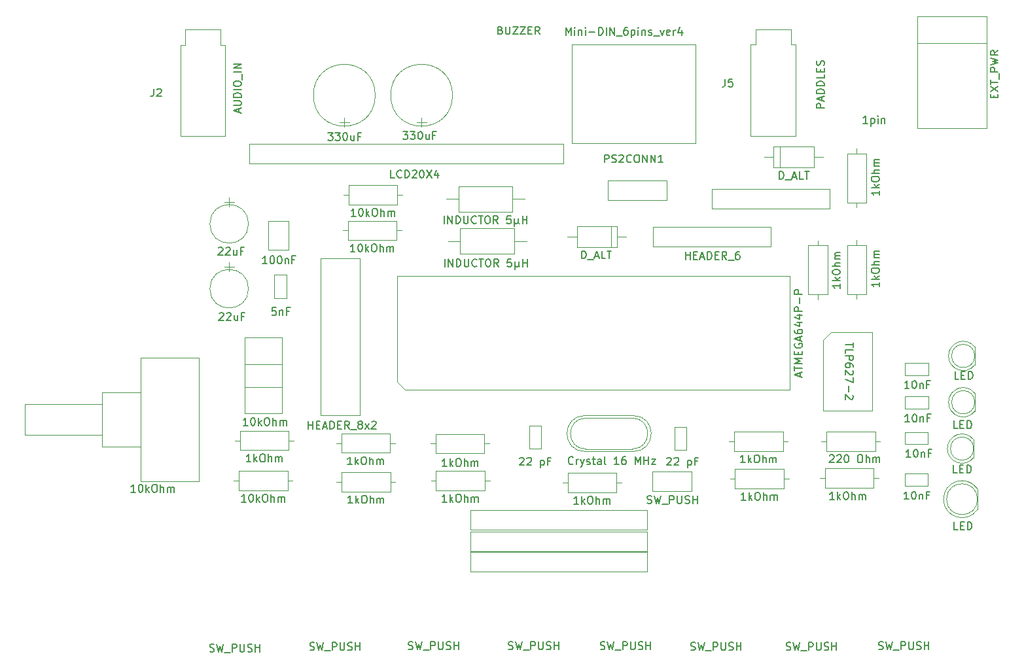
<source format=gbr>
G04 #@! TF.GenerationSoftware,KiCad,Pcbnew,5.0.2+dfsg1-1*
G04 #@! TF.CreationDate,2019-04-18T10:12:34+02:00*
G04 #@! TF.ProjectId,yaacwk,79616163-776b-42e6-9b69-6361645f7063,1.3*
G04 #@! TF.SameCoordinates,Original*
G04 #@! TF.FileFunction,Other,Fab,Top*
%FSLAX46Y46*%
G04 Gerber Fmt 4.6, Leading zero omitted, Abs format (unit mm)*
G04 Created by KiCad (PCBNEW 5.0.2+dfsg1-1) date gio 18 apr 2019 10:12:34 CEST*
%MOMM*%
%LPD*%
G01*
G04 APERTURE LIST*
%ADD10C,0.100000*%
%ADD11C,0.150000*%
G04 APERTURE END LIST*
D10*
G04 #@! TO.C,J12*
X142830000Y-121730000D02*
X142830000Y-124270000D01*
X165690000Y-121730000D02*
X142830000Y-121730000D01*
X165690000Y-124270000D02*
X165690000Y-121730000D01*
X142830000Y-124270000D02*
X165690000Y-124270000D01*
G04 #@! TO.C,PS2CONN1*
X155950000Y-68800000D02*
X155950000Y-56000000D01*
X155950000Y-56000000D02*
X171950000Y-56000000D01*
X171950000Y-56000000D02*
X171950000Y-68800000D01*
X171950000Y-68800000D02*
X155950000Y-68800000D01*
G04 #@! TO.C,D1*
X208080555Y-95184524D02*
G75*
G03X208080000Y-97516190I-1500555J-1165476D01*
G01*
X208080000Y-96350000D02*
G75*
G03X208080000Y-96350000I-1500000J0D01*
G01*
X208080000Y-97516190D02*
X208080000Y-95183810D01*
G04 #@! TO.C,D2*
X207930555Y-107184524D02*
G75*
G03X207930000Y-109516190I-1500555J-1165476D01*
G01*
X207930000Y-108350000D02*
G75*
G03X207930000Y-108350000I-1500000J0D01*
G01*
X207930000Y-109516190D02*
X207930000Y-107183810D01*
G04 #@! TO.C,D3*
X208080555Y-101184524D02*
G75*
G03X208080000Y-103516190I-1500555J-1165476D01*
G01*
X208080000Y-102350000D02*
G75*
G03X208080000Y-102350000I-1500000J0D01*
G01*
X208080000Y-103516190D02*
X208080000Y-101183810D01*
G04 #@! TO.C,IC1*
X133380000Y-99745000D02*
X133380000Y-86015000D01*
X133380000Y-86015000D02*
X184180000Y-86015000D01*
X184180000Y-86015000D02*
X184180000Y-100745000D01*
X184180000Y-100745000D02*
X134380000Y-100745000D01*
X134380000Y-100745000D02*
X133380000Y-99745000D01*
G04 #@! TO.C,IC2*
X188485000Y-94280000D02*
X189485000Y-93280000D01*
X188485000Y-103440000D02*
X188485000Y-94280000D01*
X194835000Y-103440000D02*
X188485000Y-103440000D01*
X194835000Y-93280000D02*
X194835000Y-103440000D01*
X189485000Y-93280000D02*
X194835000Y-93280000D01*
G04 #@! TO.C,L1*
X141480000Y-79850000D02*
X141480000Y-83150000D01*
X141480000Y-83150000D02*
X148480000Y-83150000D01*
X148480000Y-83150000D02*
X148480000Y-79850000D01*
X148480000Y-79850000D02*
X141480000Y-79850000D01*
X139900000Y-81500000D02*
X141480000Y-81500000D01*
X150060000Y-81500000D02*
X148480000Y-81500000D01*
G04 #@! TO.C,L2*
X141280000Y-74400000D02*
X141280000Y-77700000D01*
X141280000Y-77700000D02*
X148280000Y-77700000D01*
X148280000Y-77700000D02*
X148280000Y-74400000D01*
X148280000Y-74400000D02*
X141280000Y-74400000D01*
X139700000Y-76050000D02*
X141280000Y-76050000D01*
X149860000Y-76050000D02*
X148280000Y-76050000D01*
G04 #@! TO.C,R1*
X119820000Y-112500000D02*
X119160000Y-112500000D01*
X112200000Y-112500000D02*
X112860000Y-112500000D01*
X119160000Y-111250000D02*
X112860000Y-111250000D01*
X119160000Y-113750000D02*
X119160000Y-111250000D01*
X112860000Y-113750000D02*
X119160000Y-113750000D01*
X112860000Y-111250000D02*
X112860000Y-113750000D01*
G04 #@! TO.C,R2*
X119970000Y-107300000D02*
X119310000Y-107300000D01*
X112350000Y-107300000D02*
X113010000Y-107300000D01*
X119310000Y-106050000D02*
X113010000Y-106050000D01*
X119310000Y-108550000D02*
X119310000Y-106050000D01*
X113010000Y-108550000D02*
X119310000Y-108550000D01*
X113010000Y-106050000D02*
X113010000Y-108550000D01*
G04 #@! TO.C,R3*
X133120000Y-112650000D02*
X132460000Y-112650000D01*
X125500000Y-112650000D02*
X126160000Y-112650000D01*
X132460000Y-111400000D02*
X126160000Y-111400000D01*
X132460000Y-113900000D02*
X132460000Y-111400000D01*
X126160000Y-113900000D02*
X132460000Y-113900000D01*
X126160000Y-111400000D02*
X126160000Y-113900000D01*
G04 #@! TO.C,R4*
X133070000Y-107650000D02*
X132410000Y-107650000D01*
X125450000Y-107650000D02*
X126110000Y-107650000D01*
X132410000Y-106400000D02*
X126110000Y-106400000D01*
X132410000Y-108900000D02*
X132410000Y-106400000D01*
X126110000Y-108900000D02*
X132410000Y-108900000D01*
X126110000Y-106400000D02*
X126110000Y-108900000D01*
G04 #@! TO.C,R5*
X138360000Y-111250000D02*
X138360000Y-113750000D01*
X138360000Y-113750000D02*
X144660000Y-113750000D01*
X144660000Y-113750000D02*
X144660000Y-111250000D01*
X144660000Y-111250000D02*
X138360000Y-111250000D01*
X137700000Y-112500000D02*
X138360000Y-112500000D01*
X145320000Y-112500000D02*
X144660000Y-112500000D01*
G04 #@! TO.C,R6*
X191550000Y-76490000D02*
X194050000Y-76490000D01*
X194050000Y-76490000D02*
X194050000Y-70190000D01*
X194050000Y-70190000D02*
X191550000Y-70190000D01*
X191550000Y-70190000D02*
X191550000Y-76490000D01*
X192800000Y-77150000D02*
X192800000Y-76490000D01*
X192800000Y-69530000D02*
X192800000Y-70190000D01*
G04 #@! TO.C,R7*
X194990000Y-113400000D02*
X194990000Y-110900000D01*
X194990000Y-110900000D02*
X188690000Y-110900000D01*
X188690000Y-110900000D02*
X188690000Y-113400000D01*
X188690000Y-113400000D02*
X194990000Y-113400000D01*
X195650000Y-112150000D02*
X194990000Y-112150000D01*
X188030000Y-112150000D02*
X188690000Y-112150000D01*
G04 #@! TO.C,R8*
X192800000Y-81380000D02*
X192800000Y-82040000D01*
X192800000Y-89000000D02*
X192800000Y-88340000D01*
X191550000Y-82040000D02*
X191550000Y-88340000D01*
X194050000Y-82040000D02*
X191550000Y-82040000D01*
X194050000Y-88340000D02*
X194050000Y-82040000D01*
X191550000Y-88340000D02*
X194050000Y-88340000D01*
G04 #@! TO.C,R9*
X195190000Y-108650000D02*
X195190000Y-106150000D01*
X195190000Y-106150000D02*
X188890000Y-106150000D01*
X188890000Y-106150000D02*
X188890000Y-108650000D01*
X188890000Y-108650000D02*
X195190000Y-108650000D01*
X195850000Y-107400000D02*
X195190000Y-107400000D01*
X188230000Y-107400000D02*
X188890000Y-107400000D01*
G04 #@! TO.C,R10*
X189050000Y-82060000D02*
X186550000Y-82060000D01*
X186550000Y-82060000D02*
X186550000Y-88360000D01*
X186550000Y-88360000D02*
X189050000Y-88360000D01*
X189050000Y-88360000D02*
X189050000Y-82060000D01*
X187800000Y-81400000D02*
X187800000Y-82060000D01*
X187800000Y-89020000D02*
X187800000Y-88360000D01*
G04 #@! TO.C,R11*
X176960000Y-106150000D02*
X176960000Y-108650000D01*
X176960000Y-108650000D02*
X183260000Y-108650000D01*
X183260000Y-108650000D02*
X183260000Y-106150000D01*
X183260000Y-106150000D02*
X176960000Y-106150000D01*
X176300000Y-107400000D02*
X176960000Y-107400000D01*
X183920000Y-107400000D02*
X183260000Y-107400000D01*
G04 #@! TO.C,R12*
X127060000Y-74250000D02*
X127060000Y-76750000D01*
X127060000Y-76750000D02*
X133360000Y-76750000D01*
X133360000Y-76750000D02*
X133360000Y-74250000D01*
X133360000Y-74250000D02*
X127060000Y-74250000D01*
X126400000Y-75500000D02*
X127060000Y-75500000D01*
X134020000Y-75500000D02*
X133360000Y-75500000D01*
G04 #@! TO.C,R13*
X126960000Y-78850000D02*
X126960000Y-81350000D01*
X126960000Y-81350000D02*
X133260000Y-81350000D01*
X133260000Y-81350000D02*
X133260000Y-78850000D01*
X133260000Y-78850000D02*
X126960000Y-78850000D01*
X126300000Y-80100000D02*
X126960000Y-80100000D01*
X133920000Y-80100000D02*
X133260000Y-80100000D01*
G04 #@! TO.C,Y1*
X163885000Y-104075000D02*
G75*
G02X163885000Y-108725000I0J-2325000D01*
G01*
X157635000Y-104075000D02*
G75*
G03X157635000Y-108725000I0J-2325000D01*
G01*
X163760000Y-104400000D02*
G75*
G02X163760000Y-108400000I0J-2000000D01*
G01*
X157760000Y-104400000D02*
G75*
G03X157760000Y-108400000I0J-2000000D01*
G01*
X163885000Y-108725000D02*
X157635000Y-108725000D01*
X163885000Y-104075000D02*
X157635000Y-104075000D01*
X163760000Y-108400000D02*
X157760000Y-108400000D01*
X163760000Y-104400000D02*
X157760000Y-104400000D01*
G04 #@! TO.C,D5*
X161790000Y-82250000D02*
X161790000Y-79550000D01*
X161790000Y-79550000D02*
X156590000Y-79550000D01*
X156590000Y-79550000D02*
X156590000Y-82250000D01*
X156590000Y-82250000D02*
X161790000Y-82250000D01*
X163000000Y-80900000D02*
X161790000Y-80900000D01*
X155380000Y-80900000D02*
X156590000Y-80900000D01*
X161010000Y-82250000D02*
X161010000Y-79550000D01*
G04 #@! TO.C,D6*
X182060000Y-69250000D02*
X182060000Y-71950000D01*
X182060000Y-71950000D02*
X187260000Y-71950000D01*
X187260000Y-71950000D02*
X187260000Y-69250000D01*
X187260000Y-69250000D02*
X182060000Y-69250000D01*
X180850000Y-70600000D02*
X182060000Y-70600000D01*
X188470000Y-70600000D02*
X187260000Y-70600000D01*
X182840000Y-69250000D02*
X182840000Y-71950000D01*
G04 #@! TO.C,J6*
X174030000Y-74730000D02*
X174030000Y-77270000D01*
X189270000Y-74730000D02*
X174030000Y-74730000D01*
X189270000Y-77270000D02*
X189270000Y-74730000D01*
X174030000Y-77270000D02*
X189270000Y-77270000D01*
G04 #@! TO.C,SW6*
X171470000Y-111330000D02*
X166390000Y-111330000D01*
X166390000Y-111330000D02*
X166390000Y-113870000D01*
X166390000Y-113870000D02*
X171470000Y-113870000D01*
X171470000Y-113870000D02*
X171470000Y-111330000D01*
G04 #@! TO.C,J2*
X105304000Y-67880000D02*
X105304000Y-56080000D01*
X105304000Y-56080000D02*
X105904000Y-56080000D01*
X105904000Y-56080000D02*
X105904000Y-54080000D01*
X105904000Y-54080000D02*
X110504000Y-54080000D01*
X110504000Y-54080000D02*
X110504000Y-56080000D01*
X110504000Y-56080000D02*
X111104000Y-56080000D01*
X111104000Y-56080000D02*
X111104000Y-67880000D01*
X111104000Y-67880000D02*
X105304000Y-67880000D01*
G04 #@! TO.C,LCDPot2*
X118400000Y-94000000D02*
X118400000Y-103800000D01*
X118400000Y-103800000D02*
X113600000Y-103800000D01*
X113600000Y-103800000D02*
X113600000Y-94000000D01*
X113600000Y-94000000D02*
X118400000Y-94000000D01*
X113600000Y-97400000D02*
X113600000Y-100400000D01*
X113600000Y-100400000D02*
X118400000Y-100400000D01*
X118400000Y-100400000D02*
X118400000Y-97400000D01*
X118400000Y-97400000D02*
X113600000Y-97400000D01*
G04 #@! TO.C,DS1*
X114230000Y-71470000D02*
X154870000Y-71470000D01*
X154870000Y-71470000D02*
X154870000Y-68930000D01*
X154870000Y-68930000D02*
X114230000Y-68930000D01*
X114230000Y-68930000D02*
X114230000Y-71470000D01*
G04 #@! TO.C,J7*
X181720000Y-79630000D02*
X166480000Y-79630000D01*
X166480000Y-79630000D02*
X166480000Y-82170000D01*
X166480000Y-82170000D02*
X181720000Y-82170000D01*
X181720000Y-82170000D02*
X181720000Y-79630000D01*
G04 #@! TO.C,J9*
X168239000Y-73670000D02*
X160619000Y-73670000D01*
X160619000Y-73670000D02*
X160619000Y-76210000D01*
X160619000Y-76210000D02*
X168239000Y-76210000D01*
X168239000Y-76210000D02*
X168239000Y-73670000D01*
G04 #@! TO.C,J1*
X209650000Y-55900000D02*
X200650000Y-55900000D01*
X209650000Y-52400000D02*
X200650000Y-52400000D01*
X200650000Y-52400000D02*
X200650000Y-66900000D01*
X200650000Y-66900000D02*
X209650000Y-66900000D01*
X209650000Y-66900000D02*
X209650000Y-52400000D01*
G04 #@! TO.C,C14*
X130500000Y-62600000D02*
G75*
G03X130500000Y-62600000I-4000000J0D01*
G01*
X126500000Y-66700000D02*
X126500000Y-65500000D01*
X125850000Y-66100000D02*
X127150000Y-66100000D01*
G04 #@! TO.C,C16*
X140500000Y-62600000D02*
G75*
G03X140500000Y-62600000I-4000000J0D01*
G01*
X136500000Y-66700000D02*
X136500000Y-65500000D01*
X135850000Y-66100000D02*
X137150000Y-66100000D01*
G04 #@! TO.C,R14*
X138310000Y-106450000D02*
X138310000Y-108950000D01*
X138310000Y-108950000D02*
X144610000Y-108950000D01*
X144610000Y-108950000D02*
X144610000Y-106450000D01*
X144610000Y-106450000D02*
X138310000Y-106450000D01*
X137650000Y-107700000D02*
X138310000Y-107700000D01*
X145270000Y-107700000D02*
X144610000Y-107700000D01*
G04 #@! TO.C,R15*
X155410000Y-111500000D02*
X155410000Y-114000000D01*
X155410000Y-114000000D02*
X161710000Y-114000000D01*
X161710000Y-114000000D02*
X161710000Y-111500000D01*
X161710000Y-111500000D02*
X155410000Y-111500000D01*
X154750000Y-112750000D02*
X155410000Y-112750000D01*
X162370000Y-112750000D02*
X161710000Y-112750000D01*
G04 #@! TO.C,R16*
X177060000Y-111000000D02*
X177060000Y-113500000D01*
X177060000Y-113500000D02*
X183360000Y-113500000D01*
X183360000Y-113500000D02*
X183360000Y-111000000D01*
X183360000Y-111000000D02*
X177060000Y-111000000D01*
X176400000Y-112250000D02*
X177060000Y-112250000D01*
X184020000Y-112250000D02*
X183360000Y-112250000D01*
G04 #@! TO.C,SpeedPot1*
X85150000Y-106600000D02*
X95150000Y-106600000D01*
X85150000Y-102600000D02*
X85150000Y-106600000D01*
X95150000Y-102600000D02*
X85150000Y-102600000D01*
X95150000Y-106600000D02*
X95150000Y-102600000D01*
X95150000Y-108100000D02*
X100150000Y-108100000D01*
X95150000Y-101100000D02*
X95150000Y-108100000D01*
X100150000Y-101100000D02*
X95150000Y-101100000D01*
X100150000Y-108100000D02*
X100150000Y-101100000D01*
X100150000Y-112600000D02*
X107650000Y-112600000D01*
X100150000Y-96600000D02*
X100150000Y-112600000D01*
X107650000Y-96600000D02*
X100150000Y-96600000D01*
X107650000Y-112600000D02*
X107650000Y-96600000D01*
G04 #@! TO.C,D4*
X208430338Y-113573861D02*
G75*
G03X208430000Y-116226650I-2000338J-1326139D01*
G01*
X208430000Y-114900000D02*
G75*
G03X208430000Y-114900000I-2000000J0D01*
G01*
X208430000Y-116226650D02*
X208430000Y-113573350D01*
G04 #@! TO.C,C3*
X199050000Y-98900000D02*
X202050000Y-98900000D01*
X199050000Y-97300000D02*
X199050000Y-98900000D01*
X202050000Y-97300000D02*
X199050000Y-97300000D01*
X202050000Y-98900000D02*
X202050000Y-97300000D01*
G04 #@! TO.C,C2*
X199050000Y-103150000D02*
X202050000Y-103150000D01*
X199050000Y-101550000D02*
X199050000Y-103150000D01*
X202050000Y-101550000D02*
X199050000Y-101550000D01*
X202050000Y-103150000D02*
X202050000Y-101550000D01*
G04 #@! TO.C,C10*
X170800000Y-105550000D02*
X169200000Y-105550000D01*
X169200000Y-105550000D02*
X169200000Y-108550000D01*
X169200000Y-108550000D02*
X170800000Y-108550000D01*
X170800000Y-108550000D02*
X170800000Y-105550000D01*
G04 #@! TO.C,C11*
X152000000Y-105350000D02*
X150400000Y-105350000D01*
X150400000Y-105350000D02*
X150400000Y-108350000D01*
X150400000Y-108350000D02*
X152000000Y-108350000D01*
X152000000Y-108350000D02*
X152000000Y-105350000D01*
G04 #@! TO.C,C1*
X117400000Y-88850000D02*
X119000000Y-88850000D01*
X119000000Y-88850000D02*
X119000000Y-85850000D01*
X119000000Y-85850000D02*
X117400000Y-85850000D01*
X117400000Y-85850000D02*
X117400000Y-88850000D01*
G04 #@! TO.C,C12*
X119300000Y-78850000D02*
X116700000Y-78850000D01*
X116700000Y-78850000D02*
X116700000Y-82650000D01*
X116700000Y-82650000D02*
X119300000Y-82650000D01*
X119300000Y-82650000D02*
X119300000Y-78850000D01*
G04 #@! TO.C,C13*
X114100000Y-79250000D02*
G75*
G03X114100000Y-79250000I-2500000J0D01*
G01*
X111600000Y-75800000D02*
X111600000Y-77000000D01*
X112250000Y-76400000D02*
X110950000Y-76400000D01*
G04 #@! TO.C,C15*
X114100000Y-87650000D02*
G75*
G03X114100000Y-87650000I-2500000J0D01*
G01*
X111600000Y-84200000D02*
X111600000Y-85400000D01*
X112250000Y-84800000D02*
X110950000Y-84800000D01*
G04 #@! TO.C,C4*
X202000000Y-107800000D02*
X202000000Y-106200000D01*
X202000000Y-106200000D02*
X199000000Y-106200000D01*
X199000000Y-106200000D02*
X199000000Y-107800000D01*
X199000000Y-107800000D02*
X202000000Y-107800000D01*
G04 #@! TO.C,C5*
X202000000Y-113150000D02*
X202000000Y-111550000D01*
X202000000Y-111550000D02*
X199000000Y-111550000D01*
X199000000Y-111550000D02*
X199000000Y-113150000D01*
X199000000Y-113150000D02*
X202000000Y-113150000D01*
G04 #@! TO.C,J8*
X128520000Y-104020000D02*
X128520000Y-83700000D01*
X128520000Y-83700000D02*
X123440000Y-83700000D01*
X123440000Y-83700000D02*
X123440000Y-104020000D01*
X123440000Y-104020000D02*
X128520000Y-104020000D01*
G04 #@! TO.C,J10*
X142830000Y-118870000D02*
X165690000Y-118870000D01*
X165690000Y-118870000D02*
X165690000Y-116330000D01*
X165690000Y-116330000D02*
X142830000Y-116330000D01*
X142830000Y-116330000D02*
X142830000Y-118870000D01*
G04 #@! TO.C,J11*
X142830000Y-121670000D02*
X165690000Y-121670000D01*
X165690000Y-121670000D02*
X165690000Y-119130000D01*
X165690000Y-119130000D02*
X142830000Y-119130000D01*
X142830000Y-119130000D02*
X142830000Y-121670000D01*
G04 #@! TO.C,J5*
X184900000Y-67850000D02*
X179100000Y-67850000D01*
X184900000Y-56050000D02*
X184900000Y-67850000D01*
X184300000Y-56050000D02*
X184900000Y-56050000D01*
X184300000Y-54050000D02*
X184300000Y-56050000D01*
X179700000Y-54050000D02*
X184300000Y-54050000D01*
X179700000Y-56050000D02*
X179700000Y-54050000D01*
X179100000Y-56050000D02*
X179700000Y-56050000D01*
X179100000Y-67850000D02*
X179100000Y-56050000D01*
G04 #@! TD*
G04 #@! TO.C,PS2CONN1*
D11*
X155156190Y-54802380D02*
X155156190Y-53802380D01*
X155489523Y-54516666D01*
X155822857Y-53802380D01*
X155822857Y-54802380D01*
X156299047Y-54802380D02*
X156299047Y-54135714D01*
X156299047Y-53802380D02*
X156251428Y-53850000D01*
X156299047Y-53897619D01*
X156346666Y-53850000D01*
X156299047Y-53802380D01*
X156299047Y-53897619D01*
X156775238Y-54135714D02*
X156775238Y-54802380D01*
X156775238Y-54230952D02*
X156822857Y-54183333D01*
X156918095Y-54135714D01*
X157060952Y-54135714D01*
X157156190Y-54183333D01*
X157203809Y-54278571D01*
X157203809Y-54802380D01*
X157680000Y-54802380D02*
X157680000Y-54135714D01*
X157680000Y-53802380D02*
X157632380Y-53850000D01*
X157680000Y-53897619D01*
X157727619Y-53850000D01*
X157680000Y-53802380D01*
X157680000Y-53897619D01*
X158156190Y-54421428D02*
X158918095Y-54421428D01*
X159394285Y-54802380D02*
X159394285Y-53802380D01*
X159632380Y-53802380D01*
X159775238Y-53850000D01*
X159870476Y-53945238D01*
X159918095Y-54040476D01*
X159965714Y-54230952D01*
X159965714Y-54373809D01*
X159918095Y-54564285D01*
X159870476Y-54659523D01*
X159775238Y-54754761D01*
X159632380Y-54802380D01*
X159394285Y-54802380D01*
X160394285Y-54802380D02*
X160394285Y-53802380D01*
X160870476Y-54802380D02*
X160870476Y-53802380D01*
X161441904Y-54802380D01*
X161441904Y-53802380D01*
X161680000Y-54897619D02*
X162441904Y-54897619D01*
X163108571Y-53802380D02*
X162918095Y-53802380D01*
X162822857Y-53850000D01*
X162775238Y-53897619D01*
X162680000Y-54040476D01*
X162632380Y-54230952D01*
X162632380Y-54611904D01*
X162680000Y-54707142D01*
X162727619Y-54754761D01*
X162822857Y-54802380D01*
X163013333Y-54802380D01*
X163108571Y-54754761D01*
X163156190Y-54707142D01*
X163203809Y-54611904D01*
X163203809Y-54373809D01*
X163156190Y-54278571D01*
X163108571Y-54230952D01*
X163013333Y-54183333D01*
X162822857Y-54183333D01*
X162727619Y-54230952D01*
X162680000Y-54278571D01*
X162632380Y-54373809D01*
X163632380Y-54135714D02*
X163632380Y-55135714D01*
X163632380Y-54183333D02*
X163727619Y-54135714D01*
X163918095Y-54135714D01*
X164013333Y-54183333D01*
X164060952Y-54230952D01*
X164108571Y-54326190D01*
X164108571Y-54611904D01*
X164060952Y-54707142D01*
X164013333Y-54754761D01*
X163918095Y-54802380D01*
X163727619Y-54802380D01*
X163632380Y-54754761D01*
X164537142Y-54802380D02*
X164537142Y-54135714D01*
X164537142Y-53802380D02*
X164489523Y-53850000D01*
X164537142Y-53897619D01*
X164584761Y-53850000D01*
X164537142Y-53802380D01*
X164537142Y-53897619D01*
X165013333Y-54135714D02*
X165013333Y-54802380D01*
X165013333Y-54230952D02*
X165060952Y-54183333D01*
X165156190Y-54135714D01*
X165299047Y-54135714D01*
X165394285Y-54183333D01*
X165441904Y-54278571D01*
X165441904Y-54802380D01*
X165870476Y-54754761D02*
X165965714Y-54802380D01*
X166156190Y-54802380D01*
X166251428Y-54754761D01*
X166299047Y-54659523D01*
X166299047Y-54611904D01*
X166251428Y-54516666D01*
X166156190Y-54469047D01*
X166013333Y-54469047D01*
X165918095Y-54421428D01*
X165870476Y-54326190D01*
X165870476Y-54278571D01*
X165918095Y-54183333D01*
X166013333Y-54135714D01*
X166156190Y-54135714D01*
X166251428Y-54183333D01*
X166489523Y-54897619D02*
X167251428Y-54897619D01*
X167394285Y-54135714D02*
X167632380Y-54802380D01*
X167870476Y-54135714D01*
X168632380Y-54754761D02*
X168537142Y-54802380D01*
X168346666Y-54802380D01*
X168251428Y-54754761D01*
X168203809Y-54659523D01*
X168203809Y-54278571D01*
X168251428Y-54183333D01*
X168346666Y-54135714D01*
X168537142Y-54135714D01*
X168632380Y-54183333D01*
X168679999Y-54278571D01*
X168679999Y-54373809D01*
X168203809Y-54469047D01*
X169108571Y-54802380D02*
X169108571Y-54135714D01*
X169108571Y-54326190D02*
X169156190Y-54230952D01*
X169203809Y-54183333D01*
X169299047Y-54135714D01*
X169394285Y-54135714D01*
X170156190Y-54135714D02*
X170156190Y-54802380D01*
X169918095Y-53754761D02*
X169679999Y-54469047D01*
X170299047Y-54469047D01*
X160158095Y-71302380D02*
X160158095Y-70302380D01*
X160539047Y-70302380D01*
X160634285Y-70350000D01*
X160681904Y-70397619D01*
X160729523Y-70492857D01*
X160729523Y-70635714D01*
X160681904Y-70730952D01*
X160634285Y-70778571D01*
X160539047Y-70826190D01*
X160158095Y-70826190D01*
X161110476Y-71254761D02*
X161253333Y-71302380D01*
X161491428Y-71302380D01*
X161586666Y-71254761D01*
X161634285Y-71207142D01*
X161681904Y-71111904D01*
X161681904Y-71016666D01*
X161634285Y-70921428D01*
X161586666Y-70873809D01*
X161491428Y-70826190D01*
X161300952Y-70778571D01*
X161205714Y-70730952D01*
X161158095Y-70683333D01*
X161110476Y-70588095D01*
X161110476Y-70492857D01*
X161158095Y-70397619D01*
X161205714Y-70350000D01*
X161300952Y-70302380D01*
X161539047Y-70302380D01*
X161681904Y-70350000D01*
X162062857Y-70397619D02*
X162110476Y-70350000D01*
X162205714Y-70302380D01*
X162443809Y-70302380D01*
X162539047Y-70350000D01*
X162586666Y-70397619D01*
X162634285Y-70492857D01*
X162634285Y-70588095D01*
X162586666Y-70730952D01*
X162015238Y-71302380D01*
X162634285Y-71302380D01*
X163634285Y-71207142D02*
X163586666Y-71254761D01*
X163443809Y-71302380D01*
X163348571Y-71302380D01*
X163205714Y-71254761D01*
X163110476Y-71159523D01*
X163062857Y-71064285D01*
X163015238Y-70873809D01*
X163015238Y-70730952D01*
X163062857Y-70540476D01*
X163110476Y-70445238D01*
X163205714Y-70350000D01*
X163348571Y-70302380D01*
X163443809Y-70302380D01*
X163586666Y-70350000D01*
X163634285Y-70397619D01*
X164253333Y-70302380D02*
X164443809Y-70302380D01*
X164539047Y-70350000D01*
X164634285Y-70445238D01*
X164681904Y-70635714D01*
X164681904Y-70969047D01*
X164634285Y-71159523D01*
X164539047Y-71254761D01*
X164443809Y-71302380D01*
X164253333Y-71302380D01*
X164158095Y-71254761D01*
X164062857Y-71159523D01*
X164015238Y-70969047D01*
X164015238Y-70635714D01*
X164062857Y-70445238D01*
X164158095Y-70350000D01*
X164253333Y-70302380D01*
X165110476Y-71302380D02*
X165110476Y-70302380D01*
X165681904Y-71302380D01*
X165681904Y-70302380D01*
X166158095Y-71302380D02*
X166158095Y-70302380D01*
X166729523Y-71302380D01*
X166729523Y-70302380D01*
X167729523Y-71302380D02*
X167158095Y-71302380D01*
X167443809Y-71302380D02*
X167443809Y-70302380D01*
X167348571Y-70445238D01*
X167253333Y-70540476D01*
X167158095Y-70588095D01*
G04 #@! TO.C,HOLE1*
X194214857Y-66238380D02*
X193643428Y-66238380D01*
X193929142Y-66238380D02*
X193929142Y-65238380D01*
X193833904Y-65381238D01*
X193738666Y-65476476D01*
X193643428Y-65524095D01*
X194643428Y-65571714D02*
X194643428Y-66571714D01*
X194643428Y-65619333D02*
X194738666Y-65571714D01*
X194929142Y-65571714D01*
X195024380Y-65619333D01*
X195072000Y-65666952D01*
X195119619Y-65762190D01*
X195119619Y-66047904D01*
X195072000Y-66143142D01*
X195024380Y-66190761D01*
X194929142Y-66238380D01*
X194738666Y-66238380D01*
X194643428Y-66190761D01*
X195548190Y-66238380D02*
X195548190Y-65571714D01*
X195548190Y-65238380D02*
X195500571Y-65286000D01*
X195548190Y-65333619D01*
X195595809Y-65286000D01*
X195548190Y-65238380D01*
X195548190Y-65333619D01*
X196024380Y-65571714D02*
X196024380Y-66238380D01*
X196024380Y-65666952D02*
X196072000Y-65619333D01*
X196167238Y-65571714D01*
X196310095Y-65571714D01*
X196405333Y-65619333D01*
X196452952Y-65714571D01*
X196452952Y-66238380D01*
G04 #@! TO.C,BZ1*
X146693617Y-54177571D02*
X146836474Y-54225190D01*
X146884093Y-54272809D01*
X146931712Y-54368047D01*
X146931712Y-54510904D01*
X146884093Y-54606142D01*
X146836474Y-54653761D01*
X146741236Y-54701380D01*
X146360283Y-54701380D01*
X146360283Y-53701380D01*
X146693617Y-53701380D01*
X146788855Y-53749000D01*
X146836474Y-53796619D01*
X146884093Y-53891857D01*
X146884093Y-53987095D01*
X146836474Y-54082333D01*
X146788855Y-54129952D01*
X146693617Y-54177571D01*
X146360283Y-54177571D01*
X147360283Y-53701380D02*
X147360283Y-54510904D01*
X147407902Y-54606142D01*
X147455521Y-54653761D01*
X147550760Y-54701380D01*
X147741236Y-54701380D01*
X147836474Y-54653761D01*
X147884093Y-54606142D01*
X147931712Y-54510904D01*
X147931712Y-53701380D01*
X148312664Y-53701380D02*
X148979331Y-53701380D01*
X148312664Y-54701380D01*
X148979331Y-54701380D01*
X149265045Y-53701380D02*
X149931712Y-53701380D01*
X149265045Y-54701380D01*
X149931712Y-54701380D01*
X150312664Y-54177571D02*
X150645998Y-54177571D01*
X150788855Y-54701380D02*
X150312664Y-54701380D01*
X150312664Y-53701380D01*
X150788855Y-53701380D01*
X151788855Y-54701380D02*
X151455521Y-54225190D01*
X151217426Y-54701380D02*
X151217426Y-53701380D01*
X151598379Y-53701380D01*
X151693617Y-53749000D01*
X151741236Y-53796619D01*
X151788855Y-53891857D01*
X151788855Y-54034714D01*
X151741236Y-54129952D01*
X151693617Y-54177571D01*
X151598379Y-54225190D01*
X151217426Y-54225190D01*
G04 #@! TO.C,D1*
X206007142Y-99352380D02*
X205530952Y-99352380D01*
X205530952Y-98352380D01*
X206340476Y-98828571D02*
X206673809Y-98828571D01*
X206816666Y-99352380D02*
X206340476Y-99352380D01*
X206340476Y-98352380D01*
X206816666Y-98352380D01*
X207245238Y-99352380D02*
X207245238Y-98352380D01*
X207483333Y-98352380D01*
X207626190Y-98400000D01*
X207721428Y-98495238D01*
X207769047Y-98590476D01*
X207816666Y-98780952D01*
X207816666Y-98923809D01*
X207769047Y-99114285D01*
X207721428Y-99209523D01*
X207626190Y-99304761D01*
X207483333Y-99352380D01*
X207245238Y-99352380D01*
G04 #@! TO.C,D2*
X205807142Y-111502380D02*
X205330952Y-111502380D01*
X205330952Y-110502380D01*
X206140476Y-110978571D02*
X206473809Y-110978571D01*
X206616666Y-111502380D02*
X206140476Y-111502380D01*
X206140476Y-110502380D01*
X206616666Y-110502380D01*
X207045238Y-111502380D02*
X207045238Y-110502380D01*
X207283333Y-110502380D01*
X207426190Y-110550000D01*
X207521428Y-110645238D01*
X207569047Y-110740476D01*
X207616666Y-110930952D01*
X207616666Y-111073809D01*
X207569047Y-111264285D01*
X207521428Y-111359523D01*
X207426190Y-111454761D01*
X207283333Y-111502380D01*
X207045238Y-111502380D01*
G04 #@! TO.C,D3*
X205857142Y-105752380D02*
X205380952Y-105752380D01*
X205380952Y-104752380D01*
X206190476Y-105228571D02*
X206523809Y-105228571D01*
X206666666Y-105752380D02*
X206190476Y-105752380D01*
X206190476Y-104752380D01*
X206666666Y-104752380D01*
X207095238Y-105752380D02*
X207095238Y-104752380D01*
X207333333Y-104752380D01*
X207476190Y-104800000D01*
X207571428Y-104895238D01*
X207619047Y-104990476D01*
X207666666Y-105180952D01*
X207666666Y-105323809D01*
X207619047Y-105514285D01*
X207571428Y-105609523D01*
X207476190Y-105704761D01*
X207333333Y-105752380D01*
X207095238Y-105752380D01*
G04 #@! TO.C,IC1*
X185466666Y-98999047D02*
X185466666Y-98522857D01*
X185752380Y-99094285D02*
X184752380Y-98760952D01*
X185752380Y-98427619D01*
X184752380Y-98237142D02*
X184752380Y-97665714D01*
X185752380Y-97951428D02*
X184752380Y-97951428D01*
X185752380Y-97332380D02*
X184752380Y-97332380D01*
X185466666Y-96999047D01*
X184752380Y-96665714D01*
X185752380Y-96665714D01*
X185228571Y-96189523D02*
X185228571Y-95856190D01*
X185752380Y-95713333D02*
X185752380Y-96189523D01*
X184752380Y-96189523D01*
X184752380Y-95713333D01*
X184800000Y-94760952D02*
X184752380Y-94856190D01*
X184752380Y-94999047D01*
X184800000Y-95141904D01*
X184895238Y-95237142D01*
X184990476Y-95284761D01*
X185180952Y-95332380D01*
X185323809Y-95332380D01*
X185514285Y-95284761D01*
X185609523Y-95237142D01*
X185704761Y-95141904D01*
X185752380Y-94999047D01*
X185752380Y-94903809D01*
X185704761Y-94760952D01*
X185657142Y-94713333D01*
X185323809Y-94713333D01*
X185323809Y-94903809D01*
X185466666Y-94332380D02*
X185466666Y-93856190D01*
X185752380Y-94427619D02*
X184752380Y-94094285D01*
X185752380Y-93760952D01*
X184752380Y-92999047D02*
X184752380Y-93189523D01*
X184800000Y-93284761D01*
X184847619Y-93332380D01*
X184990476Y-93427619D01*
X185180952Y-93475238D01*
X185561904Y-93475238D01*
X185657142Y-93427619D01*
X185704761Y-93380000D01*
X185752380Y-93284761D01*
X185752380Y-93094285D01*
X185704761Y-92999047D01*
X185657142Y-92951428D01*
X185561904Y-92903809D01*
X185323809Y-92903809D01*
X185228571Y-92951428D01*
X185180952Y-92999047D01*
X185133333Y-93094285D01*
X185133333Y-93284761D01*
X185180952Y-93380000D01*
X185228571Y-93427619D01*
X185323809Y-93475238D01*
X185085714Y-92046666D02*
X185752380Y-92046666D01*
X184704761Y-92284761D02*
X185419047Y-92522857D01*
X185419047Y-91903809D01*
X185085714Y-91094285D02*
X185752380Y-91094285D01*
X184704761Y-91332380D02*
X185419047Y-91570476D01*
X185419047Y-90951428D01*
X185752380Y-90570476D02*
X184752380Y-90570476D01*
X184752380Y-90189523D01*
X184800000Y-90094285D01*
X184847619Y-90046666D01*
X184942857Y-89999047D01*
X185085714Y-89999047D01*
X185180952Y-90046666D01*
X185228571Y-90094285D01*
X185276190Y-90189523D01*
X185276190Y-90570476D01*
X185371428Y-89570476D02*
X185371428Y-88808571D01*
X185752380Y-88332380D02*
X184752380Y-88332380D01*
X184752380Y-87951428D01*
X184800000Y-87856190D01*
X184847619Y-87808571D01*
X184942857Y-87760952D01*
X185085714Y-87760952D01*
X185180952Y-87808571D01*
X185228571Y-87856190D01*
X185276190Y-87951428D01*
X185276190Y-88332380D01*
G04 #@! TO.C,IC2*
X192347619Y-94635714D02*
X192347619Y-95207142D01*
X191347619Y-94921428D02*
X192347619Y-94921428D01*
X191347619Y-96016666D02*
X191347619Y-95540476D01*
X192347619Y-95540476D01*
X191347619Y-96350000D02*
X192347619Y-96350000D01*
X192347619Y-96730952D01*
X192300000Y-96826190D01*
X192252380Y-96873809D01*
X192157142Y-96921428D01*
X192014285Y-96921428D01*
X191919047Y-96873809D01*
X191871428Y-96826190D01*
X191823809Y-96730952D01*
X191823809Y-96350000D01*
X192347619Y-97778571D02*
X192347619Y-97588095D01*
X192300000Y-97492857D01*
X192252380Y-97445238D01*
X192109523Y-97350000D01*
X191919047Y-97302380D01*
X191538095Y-97302380D01*
X191442857Y-97350000D01*
X191395238Y-97397619D01*
X191347619Y-97492857D01*
X191347619Y-97683333D01*
X191395238Y-97778571D01*
X191442857Y-97826190D01*
X191538095Y-97873809D01*
X191776190Y-97873809D01*
X191871428Y-97826190D01*
X191919047Y-97778571D01*
X191966666Y-97683333D01*
X191966666Y-97492857D01*
X191919047Y-97397619D01*
X191871428Y-97350000D01*
X191776190Y-97302380D01*
X192252380Y-98254761D02*
X192300000Y-98302380D01*
X192347619Y-98397619D01*
X192347619Y-98635714D01*
X192300000Y-98730952D01*
X192252380Y-98778571D01*
X192157142Y-98826190D01*
X192061904Y-98826190D01*
X191919047Y-98778571D01*
X191347619Y-98207142D01*
X191347619Y-98826190D01*
X192347619Y-99159523D02*
X192347619Y-99826190D01*
X191347619Y-99397619D01*
X191728571Y-100207142D02*
X191728571Y-100969047D01*
X192252380Y-101397619D02*
X192300000Y-101445238D01*
X192347619Y-101540476D01*
X192347619Y-101778571D01*
X192300000Y-101873809D01*
X192252380Y-101921428D01*
X192157142Y-101969047D01*
X192061904Y-101969047D01*
X191919047Y-101921428D01*
X191347619Y-101350000D01*
X191347619Y-101969047D01*
G04 #@! TO.C,L1*
X139492857Y-84802380D02*
X139492857Y-83802380D01*
X139969047Y-84802380D02*
X139969047Y-83802380D01*
X140540476Y-84802380D01*
X140540476Y-83802380D01*
X141016666Y-84802380D02*
X141016666Y-83802380D01*
X141254761Y-83802380D01*
X141397619Y-83850000D01*
X141492857Y-83945238D01*
X141540476Y-84040476D01*
X141588095Y-84230952D01*
X141588095Y-84373809D01*
X141540476Y-84564285D01*
X141492857Y-84659523D01*
X141397619Y-84754761D01*
X141254761Y-84802380D01*
X141016666Y-84802380D01*
X142016666Y-83802380D02*
X142016666Y-84611904D01*
X142064285Y-84707142D01*
X142111904Y-84754761D01*
X142207142Y-84802380D01*
X142397619Y-84802380D01*
X142492857Y-84754761D01*
X142540476Y-84707142D01*
X142588095Y-84611904D01*
X142588095Y-83802380D01*
X143635714Y-84707142D02*
X143588095Y-84754761D01*
X143445238Y-84802380D01*
X143350000Y-84802380D01*
X143207142Y-84754761D01*
X143111904Y-84659523D01*
X143064285Y-84564285D01*
X143016666Y-84373809D01*
X143016666Y-84230952D01*
X143064285Y-84040476D01*
X143111904Y-83945238D01*
X143207142Y-83850000D01*
X143350000Y-83802380D01*
X143445238Y-83802380D01*
X143588095Y-83850000D01*
X143635714Y-83897619D01*
X143921428Y-83802380D02*
X144492857Y-83802380D01*
X144207142Y-84802380D02*
X144207142Y-83802380D01*
X145016666Y-83802380D02*
X145207142Y-83802380D01*
X145302380Y-83850000D01*
X145397619Y-83945238D01*
X145445238Y-84135714D01*
X145445238Y-84469047D01*
X145397619Y-84659523D01*
X145302380Y-84754761D01*
X145207142Y-84802380D01*
X145016666Y-84802380D01*
X144921428Y-84754761D01*
X144826190Y-84659523D01*
X144778571Y-84469047D01*
X144778571Y-84135714D01*
X144826190Y-83945238D01*
X144921428Y-83850000D01*
X145016666Y-83802380D01*
X146445238Y-84802380D02*
X146111904Y-84326190D01*
X145873809Y-84802380D02*
X145873809Y-83802380D01*
X146254761Y-83802380D01*
X146350000Y-83850000D01*
X146397619Y-83897619D01*
X146445238Y-83992857D01*
X146445238Y-84135714D01*
X146397619Y-84230952D01*
X146350000Y-84278571D01*
X146254761Y-84326190D01*
X145873809Y-84326190D01*
X148111904Y-83802380D02*
X147635714Y-83802380D01*
X147588095Y-84278571D01*
X147635714Y-84230952D01*
X147730952Y-84183333D01*
X147969047Y-84183333D01*
X148064285Y-84230952D01*
X148111904Y-84278571D01*
X148159523Y-84373809D01*
X148159523Y-84611904D01*
X148111904Y-84707142D01*
X148064285Y-84754761D01*
X147969047Y-84802380D01*
X147730952Y-84802380D01*
X147635714Y-84754761D01*
X147588095Y-84707142D01*
X148588095Y-84135714D02*
X148588095Y-85135714D01*
X149064285Y-84659523D02*
X149111904Y-84754761D01*
X149207142Y-84802380D01*
X148588095Y-84659523D02*
X148635714Y-84754761D01*
X148730952Y-84802380D01*
X148921428Y-84802380D01*
X149016666Y-84754761D01*
X149064285Y-84659523D01*
X149064285Y-84135714D01*
X149635714Y-84802380D02*
X149635714Y-83802380D01*
X149635714Y-84278571D02*
X150207142Y-84278571D01*
X150207142Y-84802380D02*
X150207142Y-83802380D01*
G04 #@! TO.C,L2*
X139422857Y-79212380D02*
X139422857Y-78212380D01*
X139899047Y-79212380D02*
X139899047Y-78212380D01*
X140470476Y-79212380D01*
X140470476Y-78212380D01*
X140946666Y-79212380D02*
X140946666Y-78212380D01*
X141184761Y-78212380D01*
X141327619Y-78260000D01*
X141422857Y-78355238D01*
X141470476Y-78450476D01*
X141518095Y-78640952D01*
X141518095Y-78783809D01*
X141470476Y-78974285D01*
X141422857Y-79069523D01*
X141327619Y-79164761D01*
X141184761Y-79212380D01*
X140946666Y-79212380D01*
X141946666Y-78212380D02*
X141946666Y-79021904D01*
X141994285Y-79117142D01*
X142041904Y-79164761D01*
X142137142Y-79212380D01*
X142327619Y-79212380D01*
X142422857Y-79164761D01*
X142470476Y-79117142D01*
X142518095Y-79021904D01*
X142518095Y-78212380D01*
X143565714Y-79117142D02*
X143518095Y-79164761D01*
X143375238Y-79212380D01*
X143280000Y-79212380D01*
X143137142Y-79164761D01*
X143041904Y-79069523D01*
X142994285Y-78974285D01*
X142946666Y-78783809D01*
X142946666Y-78640952D01*
X142994285Y-78450476D01*
X143041904Y-78355238D01*
X143137142Y-78260000D01*
X143280000Y-78212380D01*
X143375238Y-78212380D01*
X143518095Y-78260000D01*
X143565714Y-78307619D01*
X143851428Y-78212380D02*
X144422857Y-78212380D01*
X144137142Y-79212380D02*
X144137142Y-78212380D01*
X144946666Y-78212380D02*
X145137142Y-78212380D01*
X145232380Y-78260000D01*
X145327619Y-78355238D01*
X145375238Y-78545714D01*
X145375238Y-78879047D01*
X145327619Y-79069523D01*
X145232380Y-79164761D01*
X145137142Y-79212380D01*
X144946666Y-79212380D01*
X144851428Y-79164761D01*
X144756190Y-79069523D01*
X144708571Y-78879047D01*
X144708571Y-78545714D01*
X144756190Y-78355238D01*
X144851428Y-78260000D01*
X144946666Y-78212380D01*
X146375238Y-79212380D02*
X146041904Y-78736190D01*
X145803809Y-79212380D02*
X145803809Y-78212380D01*
X146184761Y-78212380D01*
X146280000Y-78260000D01*
X146327619Y-78307619D01*
X146375238Y-78402857D01*
X146375238Y-78545714D01*
X146327619Y-78640952D01*
X146280000Y-78688571D01*
X146184761Y-78736190D01*
X145803809Y-78736190D01*
X148041904Y-78212380D02*
X147565714Y-78212380D01*
X147518095Y-78688571D01*
X147565714Y-78640952D01*
X147660952Y-78593333D01*
X147899047Y-78593333D01*
X147994285Y-78640952D01*
X148041904Y-78688571D01*
X148089523Y-78783809D01*
X148089523Y-79021904D01*
X148041904Y-79117142D01*
X147994285Y-79164761D01*
X147899047Y-79212380D01*
X147660952Y-79212380D01*
X147565714Y-79164761D01*
X147518095Y-79117142D01*
X148518095Y-78545714D02*
X148518095Y-79545714D01*
X148994285Y-79069523D02*
X149041904Y-79164761D01*
X149137142Y-79212380D01*
X148518095Y-79069523D02*
X148565714Y-79164761D01*
X148660952Y-79212380D01*
X148851428Y-79212380D01*
X148946666Y-79164761D01*
X148994285Y-79069523D01*
X148994285Y-78545714D01*
X149565714Y-79212380D02*
X149565714Y-78212380D01*
X149565714Y-78688571D02*
X150137142Y-78688571D01*
X150137142Y-79212380D02*
X150137142Y-78212380D01*
G04 #@! TO.C,R1*
X113771904Y-115262380D02*
X113200476Y-115262380D01*
X113486190Y-115262380D02*
X113486190Y-114262380D01*
X113390952Y-114405238D01*
X113295714Y-114500476D01*
X113200476Y-114548095D01*
X114390952Y-114262380D02*
X114486190Y-114262380D01*
X114581428Y-114310000D01*
X114629047Y-114357619D01*
X114676666Y-114452857D01*
X114724285Y-114643333D01*
X114724285Y-114881428D01*
X114676666Y-115071904D01*
X114629047Y-115167142D01*
X114581428Y-115214761D01*
X114486190Y-115262380D01*
X114390952Y-115262380D01*
X114295714Y-115214761D01*
X114248095Y-115167142D01*
X114200476Y-115071904D01*
X114152857Y-114881428D01*
X114152857Y-114643333D01*
X114200476Y-114452857D01*
X114248095Y-114357619D01*
X114295714Y-114310000D01*
X114390952Y-114262380D01*
X115152857Y-115262380D02*
X115152857Y-114262380D01*
X115248095Y-114881428D02*
X115533809Y-115262380D01*
X115533809Y-114595714D02*
X115152857Y-114976666D01*
X116152857Y-114262380D02*
X116343333Y-114262380D01*
X116438571Y-114310000D01*
X116533809Y-114405238D01*
X116581428Y-114595714D01*
X116581428Y-114929047D01*
X116533809Y-115119523D01*
X116438571Y-115214761D01*
X116343333Y-115262380D01*
X116152857Y-115262380D01*
X116057619Y-115214761D01*
X115962380Y-115119523D01*
X115914761Y-114929047D01*
X115914761Y-114595714D01*
X115962380Y-114405238D01*
X116057619Y-114310000D01*
X116152857Y-114262380D01*
X117010000Y-115262380D02*
X117010000Y-114262380D01*
X117438571Y-115262380D02*
X117438571Y-114738571D01*
X117390952Y-114643333D01*
X117295714Y-114595714D01*
X117152857Y-114595714D01*
X117057619Y-114643333D01*
X117010000Y-114690952D01*
X117914761Y-115262380D02*
X117914761Y-114595714D01*
X117914761Y-114690952D02*
X117962380Y-114643333D01*
X118057619Y-114595714D01*
X118200476Y-114595714D01*
X118295714Y-114643333D01*
X118343333Y-114738571D01*
X118343333Y-115262380D01*
X118343333Y-114738571D02*
X118390952Y-114643333D01*
X118486190Y-114595714D01*
X118629047Y-114595714D01*
X118724285Y-114643333D01*
X118771904Y-114738571D01*
X118771904Y-115262380D01*
G04 #@! TO.C,R2*
X114398095Y-110062380D02*
X113826666Y-110062380D01*
X114112380Y-110062380D02*
X114112380Y-109062380D01*
X114017142Y-109205238D01*
X113921904Y-109300476D01*
X113826666Y-109348095D01*
X114826666Y-110062380D02*
X114826666Y-109062380D01*
X114921904Y-109681428D02*
X115207619Y-110062380D01*
X115207619Y-109395714D02*
X114826666Y-109776666D01*
X115826666Y-109062380D02*
X116017142Y-109062380D01*
X116112380Y-109110000D01*
X116207619Y-109205238D01*
X116255238Y-109395714D01*
X116255238Y-109729047D01*
X116207619Y-109919523D01*
X116112380Y-110014761D01*
X116017142Y-110062380D01*
X115826666Y-110062380D01*
X115731428Y-110014761D01*
X115636190Y-109919523D01*
X115588571Y-109729047D01*
X115588571Y-109395714D01*
X115636190Y-109205238D01*
X115731428Y-109110000D01*
X115826666Y-109062380D01*
X116683809Y-110062380D02*
X116683809Y-109062380D01*
X117112380Y-110062380D02*
X117112380Y-109538571D01*
X117064761Y-109443333D01*
X116969523Y-109395714D01*
X116826666Y-109395714D01*
X116731428Y-109443333D01*
X116683809Y-109490952D01*
X117588571Y-110062380D02*
X117588571Y-109395714D01*
X117588571Y-109490952D02*
X117636190Y-109443333D01*
X117731428Y-109395714D01*
X117874285Y-109395714D01*
X117969523Y-109443333D01*
X118017142Y-109538571D01*
X118017142Y-110062380D01*
X118017142Y-109538571D02*
X118064761Y-109443333D01*
X118160000Y-109395714D01*
X118302857Y-109395714D01*
X118398095Y-109443333D01*
X118445714Y-109538571D01*
X118445714Y-110062380D01*
G04 #@! TO.C,R3*
X127548095Y-115412380D02*
X126976666Y-115412380D01*
X127262380Y-115412380D02*
X127262380Y-114412380D01*
X127167142Y-114555238D01*
X127071904Y-114650476D01*
X126976666Y-114698095D01*
X127976666Y-115412380D02*
X127976666Y-114412380D01*
X128071904Y-115031428D02*
X128357619Y-115412380D01*
X128357619Y-114745714D02*
X127976666Y-115126666D01*
X128976666Y-114412380D02*
X129167142Y-114412380D01*
X129262380Y-114460000D01*
X129357619Y-114555238D01*
X129405238Y-114745714D01*
X129405238Y-115079047D01*
X129357619Y-115269523D01*
X129262380Y-115364761D01*
X129167142Y-115412380D01*
X128976666Y-115412380D01*
X128881428Y-115364761D01*
X128786190Y-115269523D01*
X128738571Y-115079047D01*
X128738571Y-114745714D01*
X128786190Y-114555238D01*
X128881428Y-114460000D01*
X128976666Y-114412380D01*
X129833809Y-115412380D02*
X129833809Y-114412380D01*
X130262380Y-115412380D02*
X130262380Y-114888571D01*
X130214761Y-114793333D01*
X130119523Y-114745714D01*
X129976666Y-114745714D01*
X129881428Y-114793333D01*
X129833809Y-114840952D01*
X130738571Y-115412380D02*
X130738571Y-114745714D01*
X130738571Y-114840952D02*
X130786190Y-114793333D01*
X130881428Y-114745714D01*
X131024285Y-114745714D01*
X131119523Y-114793333D01*
X131167142Y-114888571D01*
X131167142Y-115412380D01*
X131167142Y-114888571D02*
X131214761Y-114793333D01*
X131310000Y-114745714D01*
X131452857Y-114745714D01*
X131548095Y-114793333D01*
X131595714Y-114888571D01*
X131595714Y-115412380D01*
G04 #@! TO.C,R4*
X127498095Y-110412380D02*
X126926666Y-110412380D01*
X127212380Y-110412380D02*
X127212380Y-109412380D01*
X127117142Y-109555238D01*
X127021904Y-109650476D01*
X126926666Y-109698095D01*
X127926666Y-110412380D02*
X127926666Y-109412380D01*
X128021904Y-110031428D02*
X128307619Y-110412380D01*
X128307619Y-109745714D02*
X127926666Y-110126666D01*
X128926666Y-109412380D02*
X129117142Y-109412380D01*
X129212380Y-109460000D01*
X129307619Y-109555238D01*
X129355238Y-109745714D01*
X129355238Y-110079047D01*
X129307619Y-110269523D01*
X129212380Y-110364761D01*
X129117142Y-110412380D01*
X128926666Y-110412380D01*
X128831428Y-110364761D01*
X128736190Y-110269523D01*
X128688571Y-110079047D01*
X128688571Y-109745714D01*
X128736190Y-109555238D01*
X128831428Y-109460000D01*
X128926666Y-109412380D01*
X129783809Y-110412380D02*
X129783809Y-109412380D01*
X130212380Y-110412380D02*
X130212380Y-109888571D01*
X130164761Y-109793333D01*
X130069523Y-109745714D01*
X129926666Y-109745714D01*
X129831428Y-109793333D01*
X129783809Y-109840952D01*
X130688571Y-110412380D02*
X130688571Y-109745714D01*
X130688571Y-109840952D02*
X130736190Y-109793333D01*
X130831428Y-109745714D01*
X130974285Y-109745714D01*
X131069523Y-109793333D01*
X131117142Y-109888571D01*
X131117142Y-110412380D01*
X131117142Y-109888571D02*
X131164761Y-109793333D01*
X131260000Y-109745714D01*
X131402857Y-109745714D01*
X131498095Y-109793333D01*
X131545714Y-109888571D01*
X131545714Y-110412380D01*
G04 #@! TO.C,R5*
X139748095Y-115262380D02*
X139176666Y-115262380D01*
X139462380Y-115262380D02*
X139462380Y-114262380D01*
X139367142Y-114405238D01*
X139271904Y-114500476D01*
X139176666Y-114548095D01*
X140176666Y-115262380D02*
X140176666Y-114262380D01*
X140271904Y-114881428D02*
X140557619Y-115262380D01*
X140557619Y-114595714D02*
X140176666Y-114976666D01*
X141176666Y-114262380D02*
X141367142Y-114262380D01*
X141462380Y-114310000D01*
X141557619Y-114405238D01*
X141605238Y-114595714D01*
X141605238Y-114929047D01*
X141557619Y-115119523D01*
X141462380Y-115214761D01*
X141367142Y-115262380D01*
X141176666Y-115262380D01*
X141081428Y-115214761D01*
X140986190Y-115119523D01*
X140938571Y-114929047D01*
X140938571Y-114595714D01*
X140986190Y-114405238D01*
X141081428Y-114310000D01*
X141176666Y-114262380D01*
X142033809Y-115262380D02*
X142033809Y-114262380D01*
X142462380Y-115262380D02*
X142462380Y-114738571D01*
X142414761Y-114643333D01*
X142319523Y-114595714D01*
X142176666Y-114595714D01*
X142081428Y-114643333D01*
X142033809Y-114690952D01*
X142938571Y-115262380D02*
X142938571Y-114595714D01*
X142938571Y-114690952D02*
X142986190Y-114643333D01*
X143081428Y-114595714D01*
X143224285Y-114595714D01*
X143319523Y-114643333D01*
X143367142Y-114738571D01*
X143367142Y-115262380D01*
X143367142Y-114738571D02*
X143414761Y-114643333D01*
X143510000Y-114595714D01*
X143652857Y-114595714D01*
X143748095Y-114643333D01*
X143795714Y-114738571D01*
X143795714Y-115262380D01*
G04 #@! TO.C,R6*
X195702380Y-74961904D02*
X195702380Y-75533333D01*
X195702380Y-75247619D02*
X194702380Y-75247619D01*
X194845238Y-75342857D01*
X194940476Y-75438095D01*
X194988095Y-75533333D01*
X195702380Y-74533333D02*
X194702380Y-74533333D01*
X195321428Y-74438095D02*
X195702380Y-74152380D01*
X195035714Y-74152380D02*
X195416666Y-74533333D01*
X194702380Y-73533333D02*
X194702380Y-73342857D01*
X194750000Y-73247619D01*
X194845238Y-73152380D01*
X195035714Y-73104761D01*
X195369047Y-73104761D01*
X195559523Y-73152380D01*
X195654761Y-73247619D01*
X195702380Y-73342857D01*
X195702380Y-73533333D01*
X195654761Y-73628571D01*
X195559523Y-73723809D01*
X195369047Y-73771428D01*
X195035714Y-73771428D01*
X194845238Y-73723809D01*
X194750000Y-73628571D01*
X194702380Y-73533333D01*
X195702380Y-72676190D02*
X194702380Y-72676190D01*
X195702380Y-72247619D02*
X195178571Y-72247619D01*
X195083333Y-72295238D01*
X195035714Y-72390476D01*
X195035714Y-72533333D01*
X195083333Y-72628571D01*
X195130952Y-72676190D01*
X195702380Y-71771428D02*
X195035714Y-71771428D01*
X195130952Y-71771428D02*
X195083333Y-71723809D01*
X195035714Y-71628571D01*
X195035714Y-71485714D01*
X195083333Y-71390476D01*
X195178571Y-71342857D01*
X195702380Y-71342857D01*
X195178571Y-71342857D02*
X195083333Y-71295238D01*
X195035714Y-71200000D01*
X195035714Y-71057142D01*
X195083333Y-70961904D01*
X195178571Y-70914285D01*
X195702380Y-70914285D01*
G04 #@! TO.C,R7*
X189888095Y-114952380D02*
X189316666Y-114952380D01*
X189602380Y-114952380D02*
X189602380Y-113952380D01*
X189507142Y-114095238D01*
X189411904Y-114190476D01*
X189316666Y-114238095D01*
X190316666Y-114952380D02*
X190316666Y-113952380D01*
X190411904Y-114571428D02*
X190697619Y-114952380D01*
X190697619Y-114285714D02*
X190316666Y-114666666D01*
X191316666Y-113952380D02*
X191507142Y-113952380D01*
X191602380Y-114000000D01*
X191697619Y-114095238D01*
X191745238Y-114285714D01*
X191745238Y-114619047D01*
X191697619Y-114809523D01*
X191602380Y-114904761D01*
X191507142Y-114952380D01*
X191316666Y-114952380D01*
X191221428Y-114904761D01*
X191126190Y-114809523D01*
X191078571Y-114619047D01*
X191078571Y-114285714D01*
X191126190Y-114095238D01*
X191221428Y-114000000D01*
X191316666Y-113952380D01*
X192173809Y-114952380D02*
X192173809Y-113952380D01*
X192602380Y-114952380D02*
X192602380Y-114428571D01*
X192554761Y-114333333D01*
X192459523Y-114285714D01*
X192316666Y-114285714D01*
X192221428Y-114333333D01*
X192173809Y-114380952D01*
X193078571Y-114952380D02*
X193078571Y-114285714D01*
X193078571Y-114380952D02*
X193126190Y-114333333D01*
X193221428Y-114285714D01*
X193364285Y-114285714D01*
X193459523Y-114333333D01*
X193507142Y-114428571D01*
X193507142Y-114952380D01*
X193507142Y-114428571D02*
X193554761Y-114333333D01*
X193650000Y-114285714D01*
X193792857Y-114285714D01*
X193888095Y-114333333D01*
X193935714Y-114428571D01*
X193935714Y-114952380D01*
G04 #@! TO.C,R8*
X195702380Y-86811904D02*
X195702380Y-87383333D01*
X195702380Y-87097619D02*
X194702380Y-87097619D01*
X194845238Y-87192857D01*
X194940476Y-87288095D01*
X194988095Y-87383333D01*
X195702380Y-86383333D02*
X194702380Y-86383333D01*
X195321428Y-86288095D02*
X195702380Y-86002380D01*
X195035714Y-86002380D02*
X195416666Y-86383333D01*
X194702380Y-85383333D02*
X194702380Y-85192857D01*
X194750000Y-85097619D01*
X194845238Y-85002380D01*
X195035714Y-84954761D01*
X195369047Y-84954761D01*
X195559523Y-85002380D01*
X195654761Y-85097619D01*
X195702380Y-85192857D01*
X195702380Y-85383333D01*
X195654761Y-85478571D01*
X195559523Y-85573809D01*
X195369047Y-85621428D01*
X195035714Y-85621428D01*
X194845238Y-85573809D01*
X194750000Y-85478571D01*
X194702380Y-85383333D01*
X195702380Y-84526190D02*
X194702380Y-84526190D01*
X195702380Y-84097619D02*
X195178571Y-84097619D01*
X195083333Y-84145238D01*
X195035714Y-84240476D01*
X195035714Y-84383333D01*
X195083333Y-84478571D01*
X195130952Y-84526190D01*
X195702380Y-83621428D02*
X195035714Y-83621428D01*
X195130952Y-83621428D02*
X195083333Y-83573809D01*
X195035714Y-83478571D01*
X195035714Y-83335714D01*
X195083333Y-83240476D01*
X195178571Y-83192857D01*
X195702380Y-83192857D01*
X195178571Y-83192857D02*
X195083333Y-83145238D01*
X195035714Y-83050000D01*
X195035714Y-82907142D01*
X195083333Y-82811904D01*
X195178571Y-82764285D01*
X195702380Y-82764285D01*
G04 #@! TO.C,R9*
X189288095Y-109247619D02*
X189335714Y-109200000D01*
X189430952Y-109152380D01*
X189669047Y-109152380D01*
X189764285Y-109200000D01*
X189811904Y-109247619D01*
X189859523Y-109342857D01*
X189859523Y-109438095D01*
X189811904Y-109580952D01*
X189240476Y-110152380D01*
X189859523Y-110152380D01*
X190240476Y-109247619D02*
X190288095Y-109200000D01*
X190383333Y-109152380D01*
X190621428Y-109152380D01*
X190716666Y-109200000D01*
X190764285Y-109247619D01*
X190811904Y-109342857D01*
X190811904Y-109438095D01*
X190764285Y-109580952D01*
X190192857Y-110152380D01*
X190811904Y-110152380D01*
X191430952Y-109152380D02*
X191526190Y-109152380D01*
X191621428Y-109200000D01*
X191669047Y-109247619D01*
X191716666Y-109342857D01*
X191764285Y-109533333D01*
X191764285Y-109771428D01*
X191716666Y-109961904D01*
X191669047Y-110057142D01*
X191621428Y-110104761D01*
X191526190Y-110152380D01*
X191430952Y-110152380D01*
X191335714Y-110104761D01*
X191288095Y-110057142D01*
X191240476Y-109961904D01*
X191192857Y-109771428D01*
X191192857Y-109533333D01*
X191240476Y-109342857D01*
X191288095Y-109247619D01*
X191335714Y-109200000D01*
X191430952Y-109152380D01*
X193145238Y-109152380D02*
X193335714Y-109152380D01*
X193430952Y-109200000D01*
X193526190Y-109295238D01*
X193573809Y-109485714D01*
X193573809Y-109819047D01*
X193526190Y-110009523D01*
X193430952Y-110104761D01*
X193335714Y-110152380D01*
X193145238Y-110152380D01*
X193050000Y-110104761D01*
X192954761Y-110009523D01*
X192907142Y-109819047D01*
X192907142Y-109485714D01*
X192954761Y-109295238D01*
X193050000Y-109200000D01*
X193145238Y-109152380D01*
X194002380Y-110152380D02*
X194002380Y-109152380D01*
X194430952Y-110152380D02*
X194430952Y-109628571D01*
X194383333Y-109533333D01*
X194288095Y-109485714D01*
X194145238Y-109485714D01*
X194050000Y-109533333D01*
X194002380Y-109580952D01*
X194907142Y-110152380D02*
X194907142Y-109485714D01*
X194907142Y-109580952D02*
X194954761Y-109533333D01*
X195050000Y-109485714D01*
X195192857Y-109485714D01*
X195288095Y-109533333D01*
X195335714Y-109628571D01*
X195335714Y-110152380D01*
X195335714Y-109628571D02*
X195383333Y-109533333D01*
X195478571Y-109485714D01*
X195621428Y-109485714D01*
X195716666Y-109533333D01*
X195764285Y-109628571D01*
X195764285Y-110152380D01*
G04 #@! TO.C,R10*
X190652380Y-87011904D02*
X190652380Y-87583333D01*
X190652380Y-87297619D02*
X189652380Y-87297619D01*
X189795238Y-87392857D01*
X189890476Y-87488095D01*
X189938095Y-87583333D01*
X190652380Y-86583333D02*
X189652380Y-86583333D01*
X190271428Y-86488095D02*
X190652380Y-86202380D01*
X189985714Y-86202380D02*
X190366666Y-86583333D01*
X189652380Y-85583333D02*
X189652380Y-85392857D01*
X189700000Y-85297619D01*
X189795238Y-85202380D01*
X189985714Y-85154761D01*
X190319047Y-85154761D01*
X190509523Y-85202380D01*
X190604761Y-85297619D01*
X190652380Y-85392857D01*
X190652380Y-85583333D01*
X190604761Y-85678571D01*
X190509523Y-85773809D01*
X190319047Y-85821428D01*
X189985714Y-85821428D01*
X189795238Y-85773809D01*
X189700000Y-85678571D01*
X189652380Y-85583333D01*
X190652380Y-84726190D02*
X189652380Y-84726190D01*
X190652380Y-84297619D02*
X190128571Y-84297619D01*
X190033333Y-84345238D01*
X189985714Y-84440476D01*
X189985714Y-84583333D01*
X190033333Y-84678571D01*
X190080952Y-84726190D01*
X190652380Y-83821428D02*
X189985714Y-83821428D01*
X190080952Y-83821428D02*
X190033333Y-83773809D01*
X189985714Y-83678571D01*
X189985714Y-83535714D01*
X190033333Y-83440476D01*
X190128571Y-83392857D01*
X190652380Y-83392857D01*
X190128571Y-83392857D02*
X190033333Y-83345238D01*
X189985714Y-83250000D01*
X189985714Y-83107142D01*
X190033333Y-83011904D01*
X190128571Y-82964285D01*
X190652380Y-82964285D01*
G04 #@! TO.C,R11*
X178348095Y-110162380D02*
X177776666Y-110162380D01*
X178062380Y-110162380D02*
X178062380Y-109162380D01*
X177967142Y-109305238D01*
X177871904Y-109400476D01*
X177776666Y-109448095D01*
X178776666Y-110162380D02*
X178776666Y-109162380D01*
X178871904Y-109781428D02*
X179157619Y-110162380D01*
X179157619Y-109495714D02*
X178776666Y-109876666D01*
X179776666Y-109162380D02*
X179967142Y-109162380D01*
X180062380Y-109210000D01*
X180157619Y-109305238D01*
X180205238Y-109495714D01*
X180205238Y-109829047D01*
X180157619Y-110019523D01*
X180062380Y-110114761D01*
X179967142Y-110162380D01*
X179776666Y-110162380D01*
X179681428Y-110114761D01*
X179586190Y-110019523D01*
X179538571Y-109829047D01*
X179538571Y-109495714D01*
X179586190Y-109305238D01*
X179681428Y-109210000D01*
X179776666Y-109162380D01*
X180633809Y-110162380D02*
X180633809Y-109162380D01*
X181062380Y-110162380D02*
X181062380Y-109638571D01*
X181014761Y-109543333D01*
X180919523Y-109495714D01*
X180776666Y-109495714D01*
X180681428Y-109543333D01*
X180633809Y-109590952D01*
X181538571Y-110162380D02*
X181538571Y-109495714D01*
X181538571Y-109590952D02*
X181586190Y-109543333D01*
X181681428Y-109495714D01*
X181824285Y-109495714D01*
X181919523Y-109543333D01*
X181967142Y-109638571D01*
X181967142Y-110162380D01*
X181967142Y-109638571D02*
X182014761Y-109543333D01*
X182110000Y-109495714D01*
X182252857Y-109495714D01*
X182348095Y-109543333D01*
X182395714Y-109638571D01*
X182395714Y-110162380D01*
G04 #@! TO.C,R12*
X127971904Y-78262380D02*
X127400476Y-78262380D01*
X127686190Y-78262380D02*
X127686190Y-77262380D01*
X127590952Y-77405238D01*
X127495714Y-77500476D01*
X127400476Y-77548095D01*
X128590952Y-77262380D02*
X128686190Y-77262380D01*
X128781428Y-77310000D01*
X128829047Y-77357619D01*
X128876666Y-77452857D01*
X128924285Y-77643333D01*
X128924285Y-77881428D01*
X128876666Y-78071904D01*
X128829047Y-78167142D01*
X128781428Y-78214761D01*
X128686190Y-78262380D01*
X128590952Y-78262380D01*
X128495714Y-78214761D01*
X128448095Y-78167142D01*
X128400476Y-78071904D01*
X128352857Y-77881428D01*
X128352857Y-77643333D01*
X128400476Y-77452857D01*
X128448095Y-77357619D01*
X128495714Y-77310000D01*
X128590952Y-77262380D01*
X129352857Y-78262380D02*
X129352857Y-77262380D01*
X129448095Y-77881428D02*
X129733809Y-78262380D01*
X129733809Y-77595714D02*
X129352857Y-77976666D01*
X130352857Y-77262380D02*
X130543333Y-77262380D01*
X130638571Y-77310000D01*
X130733809Y-77405238D01*
X130781428Y-77595714D01*
X130781428Y-77929047D01*
X130733809Y-78119523D01*
X130638571Y-78214761D01*
X130543333Y-78262380D01*
X130352857Y-78262380D01*
X130257619Y-78214761D01*
X130162380Y-78119523D01*
X130114761Y-77929047D01*
X130114761Y-77595714D01*
X130162380Y-77405238D01*
X130257619Y-77310000D01*
X130352857Y-77262380D01*
X131210000Y-78262380D02*
X131210000Y-77262380D01*
X131638571Y-78262380D02*
X131638571Y-77738571D01*
X131590952Y-77643333D01*
X131495714Y-77595714D01*
X131352857Y-77595714D01*
X131257619Y-77643333D01*
X131210000Y-77690952D01*
X132114761Y-78262380D02*
X132114761Y-77595714D01*
X132114761Y-77690952D02*
X132162380Y-77643333D01*
X132257619Y-77595714D01*
X132400476Y-77595714D01*
X132495714Y-77643333D01*
X132543333Y-77738571D01*
X132543333Y-78262380D01*
X132543333Y-77738571D02*
X132590952Y-77643333D01*
X132686190Y-77595714D01*
X132829047Y-77595714D01*
X132924285Y-77643333D01*
X132971904Y-77738571D01*
X132971904Y-78262380D01*
G04 #@! TO.C,R13*
X127871904Y-82862380D02*
X127300476Y-82862380D01*
X127586190Y-82862380D02*
X127586190Y-81862380D01*
X127490952Y-82005238D01*
X127395714Y-82100476D01*
X127300476Y-82148095D01*
X128490952Y-81862380D02*
X128586190Y-81862380D01*
X128681428Y-81910000D01*
X128729047Y-81957619D01*
X128776666Y-82052857D01*
X128824285Y-82243333D01*
X128824285Y-82481428D01*
X128776666Y-82671904D01*
X128729047Y-82767142D01*
X128681428Y-82814761D01*
X128586190Y-82862380D01*
X128490952Y-82862380D01*
X128395714Y-82814761D01*
X128348095Y-82767142D01*
X128300476Y-82671904D01*
X128252857Y-82481428D01*
X128252857Y-82243333D01*
X128300476Y-82052857D01*
X128348095Y-81957619D01*
X128395714Y-81910000D01*
X128490952Y-81862380D01*
X129252857Y-82862380D02*
X129252857Y-81862380D01*
X129348095Y-82481428D02*
X129633809Y-82862380D01*
X129633809Y-82195714D02*
X129252857Y-82576666D01*
X130252857Y-81862380D02*
X130443333Y-81862380D01*
X130538571Y-81910000D01*
X130633809Y-82005238D01*
X130681428Y-82195714D01*
X130681428Y-82529047D01*
X130633809Y-82719523D01*
X130538571Y-82814761D01*
X130443333Y-82862380D01*
X130252857Y-82862380D01*
X130157619Y-82814761D01*
X130062380Y-82719523D01*
X130014761Y-82529047D01*
X130014761Y-82195714D01*
X130062380Y-82005238D01*
X130157619Y-81910000D01*
X130252857Y-81862380D01*
X131110000Y-82862380D02*
X131110000Y-81862380D01*
X131538571Y-82862380D02*
X131538571Y-82338571D01*
X131490952Y-82243333D01*
X131395714Y-82195714D01*
X131252857Y-82195714D01*
X131157619Y-82243333D01*
X131110000Y-82290952D01*
X132014761Y-82862380D02*
X132014761Y-82195714D01*
X132014761Y-82290952D02*
X132062380Y-82243333D01*
X132157619Y-82195714D01*
X132300476Y-82195714D01*
X132395714Y-82243333D01*
X132443333Y-82338571D01*
X132443333Y-82862380D01*
X132443333Y-82338571D02*
X132490952Y-82243333D01*
X132586190Y-82195714D01*
X132729047Y-82195714D01*
X132824285Y-82243333D01*
X132871904Y-82338571D01*
X132871904Y-82862380D01*
G04 #@! TO.C,Y1*
X156100000Y-110307142D02*
X156052380Y-110354761D01*
X155909523Y-110402380D01*
X155814285Y-110402380D01*
X155671428Y-110354761D01*
X155576190Y-110259523D01*
X155528571Y-110164285D01*
X155480952Y-109973809D01*
X155480952Y-109830952D01*
X155528571Y-109640476D01*
X155576190Y-109545238D01*
X155671428Y-109450000D01*
X155814285Y-109402380D01*
X155909523Y-109402380D01*
X156052380Y-109450000D01*
X156100000Y-109497619D01*
X156528571Y-110402380D02*
X156528571Y-109735714D01*
X156528571Y-109926190D02*
X156576190Y-109830952D01*
X156623809Y-109783333D01*
X156719047Y-109735714D01*
X156814285Y-109735714D01*
X157052380Y-109735714D02*
X157290476Y-110402380D01*
X157528571Y-109735714D02*
X157290476Y-110402380D01*
X157195238Y-110640476D01*
X157147619Y-110688095D01*
X157052380Y-110735714D01*
X157861904Y-110354761D02*
X157957142Y-110402380D01*
X158147619Y-110402380D01*
X158242857Y-110354761D01*
X158290476Y-110259523D01*
X158290476Y-110211904D01*
X158242857Y-110116666D01*
X158147619Y-110069047D01*
X158004761Y-110069047D01*
X157909523Y-110021428D01*
X157861904Y-109926190D01*
X157861904Y-109878571D01*
X157909523Y-109783333D01*
X158004761Y-109735714D01*
X158147619Y-109735714D01*
X158242857Y-109783333D01*
X158576190Y-109735714D02*
X158957142Y-109735714D01*
X158719047Y-109402380D02*
X158719047Y-110259523D01*
X158766666Y-110354761D01*
X158861904Y-110402380D01*
X158957142Y-110402380D01*
X159719047Y-110402380D02*
X159719047Y-109878571D01*
X159671428Y-109783333D01*
X159576190Y-109735714D01*
X159385714Y-109735714D01*
X159290476Y-109783333D01*
X159719047Y-110354761D02*
X159623809Y-110402380D01*
X159385714Y-110402380D01*
X159290476Y-110354761D01*
X159242857Y-110259523D01*
X159242857Y-110164285D01*
X159290476Y-110069047D01*
X159385714Y-110021428D01*
X159623809Y-110021428D01*
X159719047Y-109973809D01*
X160338095Y-110402380D02*
X160242857Y-110354761D01*
X160195238Y-110259523D01*
X160195238Y-109402380D01*
X162004761Y-110402380D02*
X161433333Y-110402380D01*
X161719047Y-110402380D02*
X161719047Y-109402380D01*
X161623809Y-109545238D01*
X161528571Y-109640476D01*
X161433333Y-109688095D01*
X162861904Y-109402380D02*
X162671428Y-109402380D01*
X162576190Y-109450000D01*
X162528571Y-109497619D01*
X162433333Y-109640476D01*
X162385714Y-109830952D01*
X162385714Y-110211904D01*
X162433333Y-110307142D01*
X162480952Y-110354761D01*
X162576190Y-110402380D01*
X162766666Y-110402380D01*
X162861904Y-110354761D01*
X162909523Y-110307142D01*
X162957142Y-110211904D01*
X162957142Y-109973809D01*
X162909523Y-109878571D01*
X162861904Y-109830952D01*
X162766666Y-109783333D01*
X162576190Y-109783333D01*
X162480952Y-109830952D01*
X162433333Y-109878571D01*
X162385714Y-109973809D01*
X164147619Y-110402380D02*
X164147619Y-109402380D01*
X164480952Y-110116666D01*
X164814285Y-109402380D01*
X164814285Y-110402380D01*
X165290476Y-110402380D02*
X165290476Y-109402380D01*
X165290476Y-109878571D02*
X165861904Y-109878571D01*
X165861904Y-110402380D02*
X165861904Y-109402380D01*
X166242857Y-109735714D02*
X166766666Y-109735714D01*
X166242857Y-110402380D01*
X166766666Y-110402380D01*
G04 #@! TO.C,D5*
X157192857Y-83752380D02*
X157192857Y-82752380D01*
X157430952Y-82752380D01*
X157573809Y-82800000D01*
X157669047Y-82895238D01*
X157716666Y-82990476D01*
X157764285Y-83180952D01*
X157764285Y-83323809D01*
X157716666Y-83514285D01*
X157669047Y-83609523D01*
X157573809Y-83704761D01*
X157430952Y-83752380D01*
X157192857Y-83752380D01*
X157954761Y-83847619D02*
X158716666Y-83847619D01*
X158907142Y-83466666D02*
X159383333Y-83466666D01*
X158811904Y-83752380D02*
X159145238Y-82752380D01*
X159478571Y-83752380D01*
X160288095Y-83752380D02*
X159811904Y-83752380D01*
X159811904Y-82752380D01*
X160478571Y-82752380D02*
X161050000Y-82752380D01*
X160764285Y-83752380D02*
X160764285Y-82752380D01*
G04 #@! TO.C,D6*
X182802857Y-73462380D02*
X182802857Y-72462380D01*
X183040952Y-72462380D01*
X183183809Y-72510000D01*
X183279047Y-72605238D01*
X183326666Y-72700476D01*
X183374285Y-72890952D01*
X183374285Y-73033809D01*
X183326666Y-73224285D01*
X183279047Y-73319523D01*
X183183809Y-73414761D01*
X183040952Y-73462380D01*
X182802857Y-73462380D01*
X183564761Y-73557619D02*
X184326666Y-73557619D01*
X184517142Y-73176666D02*
X184993333Y-73176666D01*
X184421904Y-73462380D02*
X184755238Y-72462380D01*
X185088571Y-73462380D01*
X185898095Y-73462380D02*
X185421904Y-73462380D01*
X185421904Y-72462380D01*
X186088571Y-72462380D02*
X186660000Y-72462380D01*
X186374285Y-73462380D02*
X186374285Y-72462380D01*
G04 #@! TO.C,SW6*
X165688095Y-115404761D02*
X165830952Y-115452380D01*
X166069047Y-115452380D01*
X166164285Y-115404761D01*
X166211904Y-115357142D01*
X166259523Y-115261904D01*
X166259523Y-115166666D01*
X166211904Y-115071428D01*
X166164285Y-115023809D01*
X166069047Y-114976190D01*
X165878571Y-114928571D01*
X165783333Y-114880952D01*
X165735714Y-114833333D01*
X165688095Y-114738095D01*
X165688095Y-114642857D01*
X165735714Y-114547619D01*
X165783333Y-114500000D01*
X165878571Y-114452380D01*
X166116666Y-114452380D01*
X166259523Y-114500000D01*
X166592857Y-114452380D02*
X166830952Y-115452380D01*
X167021428Y-114738095D01*
X167211904Y-115452380D01*
X167450000Y-114452380D01*
X167592857Y-115547619D02*
X168354761Y-115547619D01*
X168592857Y-115452380D02*
X168592857Y-114452380D01*
X168973809Y-114452380D01*
X169069047Y-114500000D01*
X169116666Y-114547619D01*
X169164285Y-114642857D01*
X169164285Y-114785714D01*
X169116666Y-114880952D01*
X169069047Y-114928571D01*
X168973809Y-114976190D01*
X168592857Y-114976190D01*
X169592857Y-114452380D02*
X169592857Y-115261904D01*
X169640476Y-115357142D01*
X169688095Y-115404761D01*
X169783333Y-115452380D01*
X169973809Y-115452380D01*
X170069047Y-115404761D01*
X170116666Y-115357142D01*
X170164285Y-115261904D01*
X170164285Y-114452380D01*
X170592857Y-115404761D02*
X170735714Y-115452380D01*
X170973809Y-115452380D01*
X171069047Y-115404761D01*
X171116666Y-115357142D01*
X171164285Y-115261904D01*
X171164285Y-115166666D01*
X171116666Y-115071428D01*
X171069047Y-115023809D01*
X170973809Y-114976190D01*
X170783333Y-114928571D01*
X170688095Y-114880952D01*
X170640476Y-114833333D01*
X170592857Y-114738095D01*
X170592857Y-114642857D01*
X170640476Y-114547619D01*
X170688095Y-114500000D01*
X170783333Y-114452380D01*
X171021428Y-114452380D01*
X171164285Y-114500000D01*
X171592857Y-115452380D02*
X171592857Y-114452380D01*
X171592857Y-114928571D02*
X172164285Y-114928571D01*
X172164285Y-115452380D02*
X172164285Y-114452380D01*
G04 #@! TO.C,J2*
X112866666Y-64816666D02*
X112866666Y-64340476D01*
X113152380Y-64911904D02*
X112152380Y-64578571D01*
X113152380Y-64245238D01*
X112152380Y-63911904D02*
X112961904Y-63911904D01*
X113057142Y-63864285D01*
X113104761Y-63816666D01*
X113152380Y-63721428D01*
X113152380Y-63530952D01*
X113104761Y-63435714D01*
X113057142Y-63388095D01*
X112961904Y-63340476D01*
X112152380Y-63340476D01*
X113152380Y-62864285D02*
X112152380Y-62864285D01*
X112152380Y-62626190D01*
X112200000Y-62483333D01*
X112295238Y-62388095D01*
X112390476Y-62340476D01*
X112580952Y-62292857D01*
X112723809Y-62292857D01*
X112914285Y-62340476D01*
X113009523Y-62388095D01*
X113104761Y-62483333D01*
X113152380Y-62626190D01*
X113152380Y-62864285D01*
X113152380Y-61864285D02*
X112152380Y-61864285D01*
X112152380Y-61197619D02*
X112152380Y-61007142D01*
X112200000Y-60911904D01*
X112295238Y-60816666D01*
X112485714Y-60769047D01*
X112819047Y-60769047D01*
X113009523Y-60816666D01*
X113104761Y-60911904D01*
X113152380Y-61007142D01*
X113152380Y-61197619D01*
X113104761Y-61292857D01*
X113009523Y-61388095D01*
X112819047Y-61435714D01*
X112485714Y-61435714D01*
X112295238Y-61388095D01*
X112200000Y-61292857D01*
X112152380Y-61197619D01*
X113247619Y-60578571D02*
X113247619Y-59816666D01*
X113152380Y-59578571D02*
X112152380Y-59578571D01*
X113152380Y-59102380D02*
X112152380Y-59102380D01*
X113152380Y-58530952D01*
X112152380Y-58530952D01*
X101816666Y-61752380D02*
X101816666Y-62466666D01*
X101769047Y-62609523D01*
X101673809Y-62704761D01*
X101530952Y-62752380D01*
X101435714Y-62752380D01*
X102245238Y-61847619D02*
X102292857Y-61800000D01*
X102388095Y-61752380D01*
X102626190Y-61752380D01*
X102721428Y-61800000D01*
X102769047Y-61847619D01*
X102816666Y-61942857D01*
X102816666Y-62038095D01*
X102769047Y-62180952D01*
X102197619Y-62752380D01*
X102816666Y-62752380D01*
G04 #@! TO.C,LCDPot2*
X114011904Y-105352380D02*
X113440476Y-105352380D01*
X113726190Y-105352380D02*
X113726190Y-104352380D01*
X113630952Y-104495238D01*
X113535714Y-104590476D01*
X113440476Y-104638095D01*
X114630952Y-104352380D02*
X114726190Y-104352380D01*
X114821428Y-104400000D01*
X114869047Y-104447619D01*
X114916666Y-104542857D01*
X114964285Y-104733333D01*
X114964285Y-104971428D01*
X114916666Y-105161904D01*
X114869047Y-105257142D01*
X114821428Y-105304761D01*
X114726190Y-105352380D01*
X114630952Y-105352380D01*
X114535714Y-105304761D01*
X114488095Y-105257142D01*
X114440476Y-105161904D01*
X114392857Y-104971428D01*
X114392857Y-104733333D01*
X114440476Y-104542857D01*
X114488095Y-104447619D01*
X114535714Y-104400000D01*
X114630952Y-104352380D01*
X115392857Y-105352380D02*
X115392857Y-104352380D01*
X115488095Y-104971428D02*
X115773809Y-105352380D01*
X115773809Y-104685714D02*
X115392857Y-105066666D01*
X116392857Y-104352380D02*
X116583333Y-104352380D01*
X116678571Y-104400000D01*
X116773809Y-104495238D01*
X116821428Y-104685714D01*
X116821428Y-105019047D01*
X116773809Y-105209523D01*
X116678571Y-105304761D01*
X116583333Y-105352380D01*
X116392857Y-105352380D01*
X116297619Y-105304761D01*
X116202380Y-105209523D01*
X116154761Y-105019047D01*
X116154761Y-104685714D01*
X116202380Y-104495238D01*
X116297619Y-104400000D01*
X116392857Y-104352380D01*
X117250000Y-105352380D02*
X117250000Y-104352380D01*
X117678571Y-105352380D02*
X117678571Y-104828571D01*
X117630952Y-104733333D01*
X117535714Y-104685714D01*
X117392857Y-104685714D01*
X117297619Y-104733333D01*
X117250000Y-104780952D01*
X118154761Y-105352380D02*
X118154761Y-104685714D01*
X118154761Y-104780952D02*
X118202380Y-104733333D01*
X118297619Y-104685714D01*
X118440476Y-104685714D01*
X118535714Y-104733333D01*
X118583333Y-104828571D01*
X118583333Y-105352380D01*
X118583333Y-104828571D02*
X118630952Y-104733333D01*
X118726190Y-104685714D01*
X118869047Y-104685714D01*
X118964285Y-104733333D01*
X119011904Y-104828571D01*
X119011904Y-105352380D01*
G04 #@! TO.C,DS1*
X133004761Y-73302380D02*
X132528571Y-73302380D01*
X132528571Y-72302380D01*
X133909523Y-73207142D02*
X133861904Y-73254761D01*
X133719047Y-73302380D01*
X133623809Y-73302380D01*
X133480952Y-73254761D01*
X133385714Y-73159523D01*
X133338095Y-73064285D01*
X133290476Y-72873809D01*
X133290476Y-72730952D01*
X133338095Y-72540476D01*
X133385714Y-72445238D01*
X133480952Y-72350000D01*
X133623809Y-72302380D01*
X133719047Y-72302380D01*
X133861904Y-72350000D01*
X133909523Y-72397619D01*
X134338095Y-73302380D02*
X134338095Y-72302380D01*
X134576190Y-72302380D01*
X134719047Y-72350000D01*
X134814285Y-72445238D01*
X134861904Y-72540476D01*
X134909523Y-72730952D01*
X134909523Y-72873809D01*
X134861904Y-73064285D01*
X134814285Y-73159523D01*
X134719047Y-73254761D01*
X134576190Y-73302380D01*
X134338095Y-73302380D01*
X135290476Y-72397619D02*
X135338095Y-72350000D01*
X135433333Y-72302380D01*
X135671428Y-72302380D01*
X135766666Y-72350000D01*
X135814285Y-72397619D01*
X135861904Y-72492857D01*
X135861904Y-72588095D01*
X135814285Y-72730952D01*
X135242857Y-73302380D01*
X135861904Y-73302380D01*
X136480952Y-72302380D02*
X136576190Y-72302380D01*
X136671428Y-72350000D01*
X136719047Y-72397619D01*
X136766666Y-72492857D01*
X136814285Y-72683333D01*
X136814285Y-72921428D01*
X136766666Y-73111904D01*
X136719047Y-73207142D01*
X136671428Y-73254761D01*
X136576190Y-73302380D01*
X136480952Y-73302380D01*
X136385714Y-73254761D01*
X136338095Y-73207142D01*
X136290476Y-73111904D01*
X136242857Y-72921428D01*
X136242857Y-72683333D01*
X136290476Y-72492857D01*
X136338095Y-72397619D01*
X136385714Y-72350000D01*
X136480952Y-72302380D01*
X137147619Y-72302380D02*
X137814285Y-73302380D01*
X137814285Y-72302380D02*
X137147619Y-73302380D01*
X138623809Y-72635714D02*
X138623809Y-73302380D01*
X138385714Y-72254761D02*
X138147619Y-72969047D01*
X138766666Y-72969047D01*
G04 #@! TO.C,J7*
X170673809Y-83852380D02*
X170673809Y-82852380D01*
X170673809Y-83328571D02*
X171245238Y-83328571D01*
X171245238Y-83852380D02*
X171245238Y-82852380D01*
X171721428Y-83328571D02*
X172054761Y-83328571D01*
X172197619Y-83852380D02*
X171721428Y-83852380D01*
X171721428Y-82852380D01*
X172197619Y-82852380D01*
X172578571Y-83566666D02*
X173054761Y-83566666D01*
X172483333Y-83852380D02*
X172816666Y-82852380D01*
X173150000Y-83852380D01*
X173483333Y-83852380D02*
X173483333Y-82852380D01*
X173721428Y-82852380D01*
X173864285Y-82900000D01*
X173959523Y-82995238D01*
X174007142Y-83090476D01*
X174054761Y-83280952D01*
X174054761Y-83423809D01*
X174007142Y-83614285D01*
X173959523Y-83709523D01*
X173864285Y-83804761D01*
X173721428Y-83852380D01*
X173483333Y-83852380D01*
X174483333Y-83328571D02*
X174816666Y-83328571D01*
X174959523Y-83852380D02*
X174483333Y-83852380D01*
X174483333Y-82852380D01*
X174959523Y-82852380D01*
X175959523Y-83852380D02*
X175626190Y-83376190D01*
X175388095Y-83852380D02*
X175388095Y-82852380D01*
X175769047Y-82852380D01*
X175864285Y-82900000D01*
X175911904Y-82947619D01*
X175959523Y-83042857D01*
X175959523Y-83185714D01*
X175911904Y-83280952D01*
X175864285Y-83328571D01*
X175769047Y-83376190D01*
X175388095Y-83376190D01*
X176150000Y-83947619D02*
X176911904Y-83947619D01*
X177578571Y-82852380D02*
X177388095Y-82852380D01*
X177292857Y-82900000D01*
X177245238Y-82947619D01*
X177150000Y-83090476D01*
X177102380Y-83280952D01*
X177102380Y-83661904D01*
X177150000Y-83757142D01*
X177197619Y-83804761D01*
X177292857Y-83852380D01*
X177483333Y-83852380D01*
X177578571Y-83804761D01*
X177626190Y-83757142D01*
X177673809Y-83661904D01*
X177673809Y-83423809D01*
X177626190Y-83328571D01*
X177578571Y-83280952D01*
X177483333Y-83233333D01*
X177292857Y-83233333D01*
X177197619Y-83280952D01*
X177150000Y-83328571D01*
X177102380Y-83423809D01*
G04 #@! TO.C,J1*
X210578571Y-62923809D02*
X210578571Y-62590476D01*
X211102380Y-62447619D02*
X211102380Y-62923809D01*
X210102380Y-62923809D01*
X210102380Y-62447619D01*
X210102380Y-62114285D02*
X211102380Y-61447619D01*
X210102380Y-61447619D02*
X211102380Y-62114285D01*
X210102380Y-61209523D02*
X210102380Y-60638095D01*
X211102380Y-60923809D02*
X210102380Y-60923809D01*
X211197619Y-60542857D02*
X211197619Y-59780952D01*
X211102380Y-59542857D02*
X210102380Y-59542857D01*
X210102380Y-59161904D01*
X210150000Y-59066666D01*
X210197619Y-59019047D01*
X210292857Y-58971428D01*
X210435714Y-58971428D01*
X210530952Y-59019047D01*
X210578571Y-59066666D01*
X210626190Y-59161904D01*
X210626190Y-59542857D01*
X210102380Y-58638095D02*
X211102380Y-58400000D01*
X210388095Y-58209523D01*
X211102380Y-58019047D01*
X210102380Y-57780952D01*
X211102380Y-56828571D02*
X210626190Y-57161904D01*
X211102380Y-57400000D02*
X210102380Y-57400000D01*
X210102380Y-57019047D01*
X210150000Y-56923809D01*
X210197619Y-56876190D01*
X210292857Y-56828571D01*
X210435714Y-56828571D01*
X210530952Y-56876190D01*
X210578571Y-56923809D01*
X210626190Y-57019047D01*
X210626190Y-57400000D01*
G04 #@! TO.C,C14*
X124383333Y-67452380D02*
X125002380Y-67452380D01*
X124669047Y-67833333D01*
X124811904Y-67833333D01*
X124907142Y-67880952D01*
X124954761Y-67928571D01*
X125002380Y-68023809D01*
X125002380Y-68261904D01*
X124954761Y-68357142D01*
X124907142Y-68404761D01*
X124811904Y-68452380D01*
X124526190Y-68452380D01*
X124430952Y-68404761D01*
X124383333Y-68357142D01*
X125335714Y-67452380D02*
X125954761Y-67452380D01*
X125621428Y-67833333D01*
X125764285Y-67833333D01*
X125859523Y-67880952D01*
X125907142Y-67928571D01*
X125954761Y-68023809D01*
X125954761Y-68261904D01*
X125907142Y-68357142D01*
X125859523Y-68404761D01*
X125764285Y-68452380D01*
X125478571Y-68452380D01*
X125383333Y-68404761D01*
X125335714Y-68357142D01*
X126573809Y-67452380D02*
X126669047Y-67452380D01*
X126764285Y-67500000D01*
X126811904Y-67547619D01*
X126859523Y-67642857D01*
X126907142Y-67833333D01*
X126907142Y-68071428D01*
X126859523Y-68261904D01*
X126811904Y-68357142D01*
X126764285Y-68404761D01*
X126669047Y-68452380D01*
X126573809Y-68452380D01*
X126478571Y-68404761D01*
X126430952Y-68357142D01*
X126383333Y-68261904D01*
X126335714Y-68071428D01*
X126335714Y-67833333D01*
X126383333Y-67642857D01*
X126430952Y-67547619D01*
X126478571Y-67500000D01*
X126573809Y-67452380D01*
X127764285Y-67785714D02*
X127764285Y-68452380D01*
X127335714Y-67785714D02*
X127335714Y-68309523D01*
X127383333Y-68404761D01*
X127478571Y-68452380D01*
X127621428Y-68452380D01*
X127716666Y-68404761D01*
X127764285Y-68357142D01*
X128573809Y-67928571D02*
X128240476Y-67928571D01*
X128240476Y-68452380D02*
X128240476Y-67452380D01*
X128716666Y-67452380D01*
G04 #@! TO.C,C16*
X134083333Y-67302380D02*
X134702380Y-67302380D01*
X134369047Y-67683333D01*
X134511904Y-67683333D01*
X134607142Y-67730952D01*
X134654761Y-67778571D01*
X134702380Y-67873809D01*
X134702380Y-68111904D01*
X134654761Y-68207142D01*
X134607142Y-68254761D01*
X134511904Y-68302380D01*
X134226190Y-68302380D01*
X134130952Y-68254761D01*
X134083333Y-68207142D01*
X135035714Y-67302380D02*
X135654761Y-67302380D01*
X135321428Y-67683333D01*
X135464285Y-67683333D01*
X135559523Y-67730952D01*
X135607142Y-67778571D01*
X135654761Y-67873809D01*
X135654761Y-68111904D01*
X135607142Y-68207142D01*
X135559523Y-68254761D01*
X135464285Y-68302380D01*
X135178571Y-68302380D01*
X135083333Y-68254761D01*
X135035714Y-68207142D01*
X136273809Y-67302380D02*
X136369047Y-67302380D01*
X136464285Y-67350000D01*
X136511904Y-67397619D01*
X136559523Y-67492857D01*
X136607142Y-67683333D01*
X136607142Y-67921428D01*
X136559523Y-68111904D01*
X136511904Y-68207142D01*
X136464285Y-68254761D01*
X136369047Y-68302380D01*
X136273809Y-68302380D01*
X136178571Y-68254761D01*
X136130952Y-68207142D01*
X136083333Y-68111904D01*
X136035714Y-67921428D01*
X136035714Y-67683333D01*
X136083333Y-67492857D01*
X136130952Y-67397619D01*
X136178571Y-67350000D01*
X136273809Y-67302380D01*
X137464285Y-67635714D02*
X137464285Y-68302380D01*
X137035714Y-67635714D02*
X137035714Y-68159523D01*
X137083333Y-68254761D01*
X137178571Y-68302380D01*
X137321428Y-68302380D01*
X137416666Y-68254761D01*
X137464285Y-68207142D01*
X138273809Y-67778571D02*
X137940476Y-67778571D01*
X137940476Y-68302380D02*
X137940476Y-67302380D01*
X138416666Y-67302380D01*
G04 #@! TO.C,R14*
X139738095Y-110652380D02*
X139166666Y-110652380D01*
X139452380Y-110652380D02*
X139452380Y-109652380D01*
X139357142Y-109795238D01*
X139261904Y-109890476D01*
X139166666Y-109938095D01*
X140166666Y-110652380D02*
X140166666Y-109652380D01*
X140261904Y-110271428D02*
X140547619Y-110652380D01*
X140547619Y-109985714D02*
X140166666Y-110366666D01*
X141166666Y-109652380D02*
X141357142Y-109652380D01*
X141452380Y-109700000D01*
X141547619Y-109795238D01*
X141595238Y-109985714D01*
X141595238Y-110319047D01*
X141547619Y-110509523D01*
X141452380Y-110604761D01*
X141357142Y-110652380D01*
X141166666Y-110652380D01*
X141071428Y-110604761D01*
X140976190Y-110509523D01*
X140928571Y-110319047D01*
X140928571Y-109985714D01*
X140976190Y-109795238D01*
X141071428Y-109700000D01*
X141166666Y-109652380D01*
X142023809Y-110652380D02*
X142023809Y-109652380D01*
X142452380Y-110652380D02*
X142452380Y-110128571D01*
X142404761Y-110033333D01*
X142309523Y-109985714D01*
X142166666Y-109985714D01*
X142071428Y-110033333D01*
X142023809Y-110080952D01*
X142928571Y-110652380D02*
X142928571Y-109985714D01*
X142928571Y-110080952D02*
X142976190Y-110033333D01*
X143071428Y-109985714D01*
X143214285Y-109985714D01*
X143309523Y-110033333D01*
X143357142Y-110128571D01*
X143357142Y-110652380D01*
X143357142Y-110128571D02*
X143404761Y-110033333D01*
X143500000Y-109985714D01*
X143642857Y-109985714D01*
X143738095Y-110033333D01*
X143785714Y-110128571D01*
X143785714Y-110652380D01*
G04 #@! TO.C,R15*
X156798095Y-115512380D02*
X156226666Y-115512380D01*
X156512380Y-115512380D02*
X156512380Y-114512380D01*
X156417142Y-114655238D01*
X156321904Y-114750476D01*
X156226666Y-114798095D01*
X157226666Y-115512380D02*
X157226666Y-114512380D01*
X157321904Y-115131428D02*
X157607619Y-115512380D01*
X157607619Y-114845714D02*
X157226666Y-115226666D01*
X158226666Y-114512380D02*
X158417142Y-114512380D01*
X158512380Y-114560000D01*
X158607619Y-114655238D01*
X158655238Y-114845714D01*
X158655238Y-115179047D01*
X158607619Y-115369523D01*
X158512380Y-115464761D01*
X158417142Y-115512380D01*
X158226666Y-115512380D01*
X158131428Y-115464761D01*
X158036190Y-115369523D01*
X157988571Y-115179047D01*
X157988571Y-114845714D01*
X158036190Y-114655238D01*
X158131428Y-114560000D01*
X158226666Y-114512380D01*
X159083809Y-115512380D02*
X159083809Y-114512380D01*
X159512380Y-115512380D02*
X159512380Y-114988571D01*
X159464761Y-114893333D01*
X159369523Y-114845714D01*
X159226666Y-114845714D01*
X159131428Y-114893333D01*
X159083809Y-114940952D01*
X159988571Y-115512380D02*
X159988571Y-114845714D01*
X159988571Y-114940952D02*
X160036190Y-114893333D01*
X160131428Y-114845714D01*
X160274285Y-114845714D01*
X160369523Y-114893333D01*
X160417142Y-114988571D01*
X160417142Y-115512380D01*
X160417142Y-114988571D02*
X160464761Y-114893333D01*
X160560000Y-114845714D01*
X160702857Y-114845714D01*
X160798095Y-114893333D01*
X160845714Y-114988571D01*
X160845714Y-115512380D01*
G04 #@! TO.C,R16*
X178448095Y-115012380D02*
X177876666Y-115012380D01*
X178162380Y-115012380D02*
X178162380Y-114012380D01*
X178067142Y-114155238D01*
X177971904Y-114250476D01*
X177876666Y-114298095D01*
X178876666Y-115012380D02*
X178876666Y-114012380D01*
X178971904Y-114631428D02*
X179257619Y-115012380D01*
X179257619Y-114345714D02*
X178876666Y-114726666D01*
X179876666Y-114012380D02*
X180067142Y-114012380D01*
X180162380Y-114060000D01*
X180257619Y-114155238D01*
X180305238Y-114345714D01*
X180305238Y-114679047D01*
X180257619Y-114869523D01*
X180162380Y-114964761D01*
X180067142Y-115012380D01*
X179876666Y-115012380D01*
X179781428Y-114964761D01*
X179686190Y-114869523D01*
X179638571Y-114679047D01*
X179638571Y-114345714D01*
X179686190Y-114155238D01*
X179781428Y-114060000D01*
X179876666Y-114012380D01*
X180733809Y-115012380D02*
X180733809Y-114012380D01*
X181162380Y-115012380D02*
X181162380Y-114488571D01*
X181114761Y-114393333D01*
X181019523Y-114345714D01*
X180876666Y-114345714D01*
X180781428Y-114393333D01*
X180733809Y-114440952D01*
X181638571Y-115012380D02*
X181638571Y-114345714D01*
X181638571Y-114440952D02*
X181686190Y-114393333D01*
X181781428Y-114345714D01*
X181924285Y-114345714D01*
X182019523Y-114393333D01*
X182067142Y-114488571D01*
X182067142Y-115012380D01*
X182067142Y-114488571D02*
X182114761Y-114393333D01*
X182210000Y-114345714D01*
X182352857Y-114345714D01*
X182448095Y-114393333D01*
X182495714Y-114488571D01*
X182495714Y-115012380D01*
G04 #@! TO.C,SpeedPot1*
X99471904Y-113992380D02*
X98900476Y-113992380D01*
X99186190Y-113992380D02*
X99186190Y-112992380D01*
X99090952Y-113135238D01*
X98995714Y-113230476D01*
X98900476Y-113278095D01*
X100090952Y-112992380D02*
X100186190Y-112992380D01*
X100281428Y-113040000D01*
X100329047Y-113087619D01*
X100376666Y-113182857D01*
X100424285Y-113373333D01*
X100424285Y-113611428D01*
X100376666Y-113801904D01*
X100329047Y-113897142D01*
X100281428Y-113944761D01*
X100186190Y-113992380D01*
X100090952Y-113992380D01*
X99995714Y-113944761D01*
X99948095Y-113897142D01*
X99900476Y-113801904D01*
X99852857Y-113611428D01*
X99852857Y-113373333D01*
X99900476Y-113182857D01*
X99948095Y-113087619D01*
X99995714Y-113040000D01*
X100090952Y-112992380D01*
X100852857Y-113992380D02*
X100852857Y-112992380D01*
X100948095Y-113611428D02*
X101233809Y-113992380D01*
X101233809Y-113325714D02*
X100852857Y-113706666D01*
X101852857Y-112992380D02*
X102043333Y-112992380D01*
X102138571Y-113040000D01*
X102233809Y-113135238D01*
X102281428Y-113325714D01*
X102281428Y-113659047D01*
X102233809Y-113849523D01*
X102138571Y-113944761D01*
X102043333Y-113992380D01*
X101852857Y-113992380D01*
X101757619Y-113944761D01*
X101662380Y-113849523D01*
X101614761Y-113659047D01*
X101614761Y-113325714D01*
X101662380Y-113135238D01*
X101757619Y-113040000D01*
X101852857Y-112992380D01*
X102710000Y-113992380D02*
X102710000Y-112992380D01*
X103138571Y-113992380D02*
X103138571Y-113468571D01*
X103090952Y-113373333D01*
X102995714Y-113325714D01*
X102852857Y-113325714D01*
X102757619Y-113373333D01*
X102710000Y-113420952D01*
X103614761Y-113992380D02*
X103614761Y-113325714D01*
X103614761Y-113420952D02*
X103662380Y-113373333D01*
X103757619Y-113325714D01*
X103900476Y-113325714D01*
X103995714Y-113373333D01*
X104043333Y-113468571D01*
X104043333Y-113992380D01*
X104043333Y-113468571D02*
X104090952Y-113373333D01*
X104186190Y-113325714D01*
X104329047Y-113325714D01*
X104424285Y-113373333D01*
X104471904Y-113468571D01*
X104471904Y-113992380D01*
G04 #@! TO.C,D4*
X205907142Y-118852380D02*
X205430952Y-118852380D01*
X205430952Y-117852380D01*
X206240476Y-118328571D02*
X206573809Y-118328571D01*
X206716666Y-118852380D02*
X206240476Y-118852380D01*
X206240476Y-117852380D01*
X206716666Y-117852380D01*
X207145238Y-118852380D02*
X207145238Y-117852380D01*
X207383333Y-117852380D01*
X207526190Y-117900000D01*
X207621428Y-117995238D01*
X207669047Y-118090476D01*
X207716666Y-118280952D01*
X207716666Y-118423809D01*
X207669047Y-118614285D01*
X207621428Y-118709523D01*
X207526190Y-118804761D01*
X207383333Y-118852380D01*
X207145238Y-118852380D01*
G04 #@! TO.C,C3*
X199578571Y-100552380D02*
X199007142Y-100552380D01*
X199292857Y-100552380D02*
X199292857Y-99552380D01*
X199197619Y-99695238D01*
X199102380Y-99790476D01*
X199007142Y-99838095D01*
X200197619Y-99552380D02*
X200292857Y-99552380D01*
X200388095Y-99600000D01*
X200435714Y-99647619D01*
X200483333Y-99742857D01*
X200530952Y-99933333D01*
X200530952Y-100171428D01*
X200483333Y-100361904D01*
X200435714Y-100457142D01*
X200388095Y-100504761D01*
X200292857Y-100552380D01*
X200197619Y-100552380D01*
X200102380Y-100504761D01*
X200054761Y-100457142D01*
X200007142Y-100361904D01*
X199959523Y-100171428D01*
X199959523Y-99933333D01*
X200007142Y-99742857D01*
X200054761Y-99647619D01*
X200102380Y-99600000D01*
X200197619Y-99552380D01*
X200959523Y-99885714D02*
X200959523Y-100552380D01*
X200959523Y-99980952D02*
X201007142Y-99933333D01*
X201102380Y-99885714D01*
X201245238Y-99885714D01*
X201340476Y-99933333D01*
X201388095Y-100028571D01*
X201388095Y-100552380D01*
X202197619Y-100028571D02*
X201864285Y-100028571D01*
X201864285Y-100552380D02*
X201864285Y-99552380D01*
X202340476Y-99552380D01*
G04 #@! TO.C,C2*
X199628571Y-104902380D02*
X199057142Y-104902380D01*
X199342857Y-104902380D02*
X199342857Y-103902380D01*
X199247619Y-104045238D01*
X199152380Y-104140476D01*
X199057142Y-104188095D01*
X200247619Y-103902380D02*
X200342857Y-103902380D01*
X200438095Y-103950000D01*
X200485714Y-103997619D01*
X200533333Y-104092857D01*
X200580952Y-104283333D01*
X200580952Y-104521428D01*
X200533333Y-104711904D01*
X200485714Y-104807142D01*
X200438095Y-104854761D01*
X200342857Y-104902380D01*
X200247619Y-104902380D01*
X200152380Y-104854761D01*
X200104761Y-104807142D01*
X200057142Y-104711904D01*
X200009523Y-104521428D01*
X200009523Y-104283333D01*
X200057142Y-104092857D01*
X200104761Y-103997619D01*
X200152380Y-103950000D01*
X200247619Y-103902380D01*
X201009523Y-104235714D02*
X201009523Y-104902380D01*
X201009523Y-104330952D02*
X201057142Y-104283333D01*
X201152380Y-104235714D01*
X201295238Y-104235714D01*
X201390476Y-104283333D01*
X201438095Y-104378571D01*
X201438095Y-104902380D01*
X202247619Y-104378571D02*
X201914285Y-104378571D01*
X201914285Y-104902380D02*
X201914285Y-103902380D01*
X202390476Y-103902380D01*
G04 #@! TO.C,C10*
X168226190Y-109597619D02*
X168273809Y-109550000D01*
X168369047Y-109502380D01*
X168607142Y-109502380D01*
X168702380Y-109550000D01*
X168750000Y-109597619D01*
X168797619Y-109692857D01*
X168797619Y-109788095D01*
X168750000Y-109930952D01*
X168178571Y-110502380D01*
X168797619Y-110502380D01*
X169178571Y-109597619D02*
X169226190Y-109550000D01*
X169321428Y-109502380D01*
X169559523Y-109502380D01*
X169654761Y-109550000D01*
X169702380Y-109597619D01*
X169750000Y-109692857D01*
X169750000Y-109788095D01*
X169702380Y-109930952D01*
X169130952Y-110502380D01*
X169750000Y-110502380D01*
X170940476Y-109835714D02*
X170940476Y-110835714D01*
X170940476Y-109883333D02*
X171035714Y-109835714D01*
X171226190Y-109835714D01*
X171321428Y-109883333D01*
X171369047Y-109930952D01*
X171416666Y-110026190D01*
X171416666Y-110311904D01*
X171369047Y-110407142D01*
X171321428Y-110454761D01*
X171226190Y-110502380D01*
X171035714Y-110502380D01*
X170940476Y-110454761D01*
X172178571Y-109978571D02*
X171845238Y-109978571D01*
X171845238Y-110502380D02*
X171845238Y-109502380D01*
X172321428Y-109502380D01*
G04 #@! TO.C,C11*
X149176190Y-109597619D02*
X149223809Y-109550000D01*
X149319047Y-109502380D01*
X149557142Y-109502380D01*
X149652380Y-109550000D01*
X149700000Y-109597619D01*
X149747619Y-109692857D01*
X149747619Y-109788095D01*
X149700000Y-109930952D01*
X149128571Y-110502380D01*
X149747619Y-110502380D01*
X150128571Y-109597619D02*
X150176190Y-109550000D01*
X150271428Y-109502380D01*
X150509523Y-109502380D01*
X150604761Y-109550000D01*
X150652380Y-109597619D01*
X150700000Y-109692857D01*
X150700000Y-109788095D01*
X150652380Y-109930952D01*
X150080952Y-110502380D01*
X150700000Y-110502380D01*
X151890476Y-109835714D02*
X151890476Y-110835714D01*
X151890476Y-109883333D02*
X151985714Y-109835714D01*
X152176190Y-109835714D01*
X152271428Y-109883333D01*
X152319047Y-109930952D01*
X152366666Y-110026190D01*
X152366666Y-110311904D01*
X152319047Y-110407142D01*
X152271428Y-110454761D01*
X152176190Y-110502380D01*
X151985714Y-110502380D01*
X151890476Y-110454761D01*
X153128571Y-109978571D02*
X152795238Y-109978571D01*
X152795238Y-110502380D02*
X152795238Y-109502380D01*
X153271428Y-109502380D01*
G04 #@! TO.C,C1*
X117657142Y-90102380D02*
X117180952Y-90102380D01*
X117133333Y-90578571D01*
X117180952Y-90530952D01*
X117276190Y-90483333D01*
X117514285Y-90483333D01*
X117609523Y-90530952D01*
X117657142Y-90578571D01*
X117704761Y-90673809D01*
X117704761Y-90911904D01*
X117657142Y-91007142D01*
X117609523Y-91054761D01*
X117514285Y-91102380D01*
X117276190Y-91102380D01*
X117180952Y-91054761D01*
X117133333Y-91007142D01*
X118133333Y-90435714D02*
X118133333Y-91102380D01*
X118133333Y-90530952D02*
X118180952Y-90483333D01*
X118276190Y-90435714D01*
X118419047Y-90435714D01*
X118514285Y-90483333D01*
X118561904Y-90578571D01*
X118561904Y-91102380D01*
X119371428Y-90578571D02*
X119038095Y-90578571D01*
X119038095Y-91102380D02*
X119038095Y-90102380D01*
X119514285Y-90102380D01*
G04 #@! TO.C,C12*
X116502380Y-84402380D02*
X115930952Y-84402380D01*
X116216666Y-84402380D02*
X116216666Y-83402380D01*
X116121428Y-83545238D01*
X116026190Y-83640476D01*
X115930952Y-83688095D01*
X117121428Y-83402380D02*
X117216666Y-83402380D01*
X117311904Y-83450000D01*
X117359523Y-83497619D01*
X117407142Y-83592857D01*
X117454761Y-83783333D01*
X117454761Y-84021428D01*
X117407142Y-84211904D01*
X117359523Y-84307142D01*
X117311904Y-84354761D01*
X117216666Y-84402380D01*
X117121428Y-84402380D01*
X117026190Y-84354761D01*
X116978571Y-84307142D01*
X116930952Y-84211904D01*
X116883333Y-84021428D01*
X116883333Y-83783333D01*
X116930952Y-83592857D01*
X116978571Y-83497619D01*
X117026190Y-83450000D01*
X117121428Y-83402380D01*
X118073809Y-83402380D02*
X118169047Y-83402380D01*
X118264285Y-83450000D01*
X118311904Y-83497619D01*
X118359523Y-83592857D01*
X118407142Y-83783333D01*
X118407142Y-84021428D01*
X118359523Y-84211904D01*
X118311904Y-84307142D01*
X118264285Y-84354761D01*
X118169047Y-84402380D01*
X118073809Y-84402380D01*
X117978571Y-84354761D01*
X117930952Y-84307142D01*
X117883333Y-84211904D01*
X117835714Y-84021428D01*
X117835714Y-83783333D01*
X117883333Y-83592857D01*
X117930952Y-83497619D01*
X117978571Y-83450000D01*
X118073809Y-83402380D01*
X118835714Y-83735714D02*
X118835714Y-84402380D01*
X118835714Y-83830952D02*
X118883333Y-83783333D01*
X118978571Y-83735714D01*
X119121428Y-83735714D01*
X119216666Y-83783333D01*
X119264285Y-83878571D01*
X119264285Y-84402380D01*
X120073809Y-83878571D02*
X119740476Y-83878571D01*
X119740476Y-84402380D02*
X119740476Y-83402380D01*
X120216666Y-83402380D01*
G04 #@! TO.C,C13*
X110207142Y-82397619D02*
X110254761Y-82350000D01*
X110350000Y-82302380D01*
X110588095Y-82302380D01*
X110683333Y-82350000D01*
X110730952Y-82397619D01*
X110778571Y-82492857D01*
X110778571Y-82588095D01*
X110730952Y-82730952D01*
X110159523Y-83302380D01*
X110778571Y-83302380D01*
X111159523Y-82397619D02*
X111207142Y-82350000D01*
X111302380Y-82302380D01*
X111540476Y-82302380D01*
X111635714Y-82350000D01*
X111683333Y-82397619D01*
X111730952Y-82492857D01*
X111730952Y-82588095D01*
X111683333Y-82730952D01*
X111111904Y-83302380D01*
X111730952Y-83302380D01*
X112588095Y-82635714D02*
X112588095Y-83302380D01*
X112159523Y-82635714D02*
X112159523Y-83159523D01*
X112207142Y-83254761D01*
X112302380Y-83302380D01*
X112445238Y-83302380D01*
X112540476Y-83254761D01*
X112588095Y-83207142D01*
X113397619Y-82778571D02*
X113064285Y-82778571D01*
X113064285Y-83302380D02*
X113064285Y-82302380D01*
X113540476Y-82302380D01*
G04 #@! TO.C,C15*
X110307142Y-90847619D02*
X110354761Y-90800000D01*
X110450000Y-90752380D01*
X110688095Y-90752380D01*
X110783333Y-90800000D01*
X110830952Y-90847619D01*
X110878571Y-90942857D01*
X110878571Y-91038095D01*
X110830952Y-91180952D01*
X110259523Y-91752380D01*
X110878571Y-91752380D01*
X111259523Y-90847619D02*
X111307142Y-90800000D01*
X111402380Y-90752380D01*
X111640476Y-90752380D01*
X111735714Y-90800000D01*
X111783333Y-90847619D01*
X111830952Y-90942857D01*
X111830952Y-91038095D01*
X111783333Y-91180952D01*
X111211904Y-91752380D01*
X111830952Y-91752380D01*
X112688095Y-91085714D02*
X112688095Y-91752380D01*
X112259523Y-91085714D02*
X112259523Y-91609523D01*
X112307142Y-91704761D01*
X112402380Y-91752380D01*
X112545238Y-91752380D01*
X112640476Y-91704761D01*
X112688095Y-91657142D01*
X113497619Y-91228571D02*
X113164285Y-91228571D01*
X113164285Y-91752380D02*
X113164285Y-90752380D01*
X113640476Y-90752380D01*
G04 #@! TO.C,C4*
X199778571Y-109452380D02*
X199207142Y-109452380D01*
X199492857Y-109452380D02*
X199492857Y-108452380D01*
X199397619Y-108595238D01*
X199302380Y-108690476D01*
X199207142Y-108738095D01*
X200397619Y-108452380D02*
X200492857Y-108452380D01*
X200588095Y-108500000D01*
X200635714Y-108547619D01*
X200683333Y-108642857D01*
X200730952Y-108833333D01*
X200730952Y-109071428D01*
X200683333Y-109261904D01*
X200635714Y-109357142D01*
X200588095Y-109404761D01*
X200492857Y-109452380D01*
X200397619Y-109452380D01*
X200302380Y-109404761D01*
X200254761Y-109357142D01*
X200207142Y-109261904D01*
X200159523Y-109071428D01*
X200159523Y-108833333D01*
X200207142Y-108642857D01*
X200254761Y-108547619D01*
X200302380Y-108500000D01*
X200397619Y-108452380D01*
X201159523Y-108785714D02*
X201159523Y-109452380D01*
X201159523Y-108880952D02*
X201207142Y-108833333D01*
X201302380Y-108785714D01*
X201445238Y-108785714D01*
X201540476Y-108833333D01*
X201588095Y-108928571D01*
X201588095Y-109452380D01*
X202397619Y-108928571D02*
X202064285Y-108928571D01*
X202064285Y-109452380D02*
X202064285Y-108452380D01*
X202540476Y-108452380D01*
G04 #@! TO.C,C5*
X199518571Y-114912380D02*
X198947142Y-114912380D01*
X199232857Y-114912380D02*
X199232857Y-113912380D01*
X199137619Y-114055238D01*
X199042380Y-114150476D01*
X198947142Y-114198095D01*
X200137619Y-113912380D02*
X200232857Y-113912380D01*
X200328095Y-113960000D01*
X200375714Y-114007619D01*
X200423333Y-114102857D01*
X200470952Y-114293333D01*
X200470952Y-114531428D01*
X200423333Y-114721904D01*
X200375714Y-114817142D01*
X200328095Y-114864761D01*
X200232857Y-114912380D01*
X200137619Y-114912380D01*
X200042380Y-114864761D01*
X199994761Y-114817142D01*
X199947142Y-114721904D01*
X199899523Y-114531428D01*
X199899523Y-114293333D01*
X199947142Y-114102857D01*
X199994761Y-114007619D01*
X200042380Y-113960000D01*
X200137619Y-113912380D01*
X200899523Y-114245714D02*
X200899523Y-114912380D01*
X200899523Y-114340952D02*
X200947142Y-114293333D01*
X201042380Y-114245714D01*
X201185238Y-114245714D01*
X201280476Y-114293333D01*
X201328095Y-114388571D01*
X201328095Y-114912380D01*
X202137619Y-114388571D02*
X201804285Y-114388571D01*
X201804285Y-114912380D02*
X201804285Y-113912380D01*
X202280476Y-113912380D01*
G04 #@! TO.C,J8*
X121842857Y-105802380D02*
X121842857Y-104802380D01*
X121842857Y-105278571D02*
X122414285Y-105278571D01*
X122414285Y-105802380D02*
X122414285Y-104802380D01*
X122890476Y-105278571D02*
X123223809Y-105278571D01*
X123366666Y-105802380D02*
X122890476Y-105802380D01*
X122890476Y-104802380D01*
X123366666Y-104802380D01*
X123747619Y-105516666D02*
X124223809Y-105516666D01*
X123652380Y-105802380D02*
X123985714Y-104802380D01*
X124319047Y-105802380D01*
X124652380Y-105802380D02*
X124652380Y-104802380D01*
X124890476Y-104802380D01*
X125033333Y-104850000D01*
X125128571Y-104945238D01*
X125176190Y-105040476D01*
X125223809Y-105230952D01*
X125223809Y-105373809D01*
X125176190Y-105564285D01*
X125128571Y-105659523D01*
X125033333Y-105754761D01*
X124890476Y-105802380D01*
X124652380Y-105802380D01*
X125652380Y-105278571D02*
X125985714Y-105278571D01*
X126128571Y-105802380D02*
X125652380Y-105802380D01*
X125652380Y-104802380D01*
X126128571Y-104802380D01*
X127128571Y-105802380D02*
X126795238Y-105326190D01*
X126557142Y-105802380D02*
X126557142Y-104802380D01*
X126938095Y-104802380D01*
X127033333Y-104850000D01*
X127080952Y-104897619D01*
X127128571Y-104992857D01*
X127128571Y-105135714D01*
X127080952Y-105230952D01*
X127033333Y-105278571D01*
X126938095Y-105326190D01*
X126557142Y-105326190D01*
X127319047Y-105897619D02*
X128080952Y-105897619D01*
X128461904Y-105230952D02*
X128366666Y-105183333D01*
X128319047Y-105135714D01*
X128271428Y-105040476D01*
X128271428Y-104992857D01*
X128319047Y-104897619D01*
X128366666Y-104850000D01*
X128461904Y-104802380D01*
X128652380Y-104802380D01*
X128747619Y-104850000D01*
X128795238Y-104897619D01*
X128842857Y-104992857D01*
X128842857Y-105040476D01*
X128795238Y-105135714D01*
X128747619Y-105183333D01*
X128652380Y-105230952D01*
X128461904Y-105230952D01*
X128366666Y-105278571D01*
X128319047Y-105326190D01*
X128271428Y-105421428D01*
X128271428Y-105611904D01*
X128319047Y-105707142D01*
X128366666Y-105754761D01*
X128461904Y-105802380D01*
X128652380Y-105802380D01*
X128747619Y-105754761D01*
X128795238Y-105707142D01*
X128842857Y-105611904D01*
X128842857Y-105421428D01*
X128795238Y-105326190D01*
X128747619Y-105278571D01*
X128652380Y-105230952D01*
X129176190Y-105802380D02*
X129700000Y-105135714D01*
X129176190Y-105135714D02*
X129700000Y-105802380D01*
X130033333Y-104897619D02*
X130080952Y-104850000D01*
X130176190Y-104802380D01*
X130414285Y-104802380D01*
X130509523Y-104850000D01*
X130557142Y-104897619D01*
X130604761Y-104992857D01*
X130604761Y-105088095D01*
X130557142Y-105230952D01*
X129985714Y-105802380D01*
X130604761Y-105802380D01*
G04 #@! TO.C,SW1*
X109088095Y-134604761D02*
X109230952Y-134652380D01*
X109469047Y-134652380D01*
X109564285Y-134604761D01*
X109611904Y-134557142D01*
X109659523Y-134461904D01*
X109659523Y-134366666D01*
X109611904Y-134271428D01*
X109564285Y-134223809D01*
X109469047Y-134176190D01*
X109278571Y-134128571D01*
X109183333Y-134080952D01*
X109135714Y-134033333D01*
X109088095Y-133938095D01*
X109088095Y-133842857D01*
X109135714Y-133747619D01*
X109183333Y-133700000D01*
X109278571Y-133652380D01*
X109516666Y-133652380D01*
X109659523Y-133700000D01*
X109992857Y-133652380D02*
X110230952Y-134652380D01*
X110421428Y-133938095D01*
X110611904Y-134652380D01*
X110850000Y-133652380D01*
X110992857Y-134747619D02*
X111754761Y-134747619D01*
X111992857Y-134652380D02*
X111992857Y-133652380D01*
X112373809Y-133652380D01*
X112469047Y-133700000D01*
X112516666Y-133747619D01*
X112564285Y-133842857D01*
X112564285Y-133985714D01*
X112516666Y-134080952D01*
X112469047Y-134128571D01*
X112373809Y-134176190D01*
X111992857Y-134176190D01*
X112992857Y-133652380D02*
X112992857Y-134461904D01*
X113040476Y-134557142D01*
X113088095Y-134604761D01*
X113183333Y-134652380D01*
X113373809Y-134652380D01*
X113469047Y-134604761D01*
X113516666Y-134557142D01*
X113564285Y-134461904D01*
X113564285Y-133652380D01*
X113992857Y-134604761D02*
X114135714Y-134652380D01*
X114373809Y-134652380D01*
X114469047Y-134604761D01*
X114516666Y-134557142D01*
X114564285Y-134461904D01*
X114564285Y-134366666D01*
X114516666Y-134271428D01*
X114469047Y-134223809D01*
X114373809Y-134176190D01*
X114183333Y-134128571D01*
X114088095Y-134080952D01*
X114040476Y-134033333D01*
X113992857Y-133938095D01*
X113992857Y-133842857D01*
X114040476Y-133747619D01*
X114088095Y-133700000D01*
X114183333Y-133652380D01*
X114421428Y-133652380D01*
X114564285Y-133700000D01*
X114992857Y-134652380D02*
X114992857Y-133652380D01*
X114992857Y-134128571D02*
X115564285Y-134128571D01*
X115564285Y-134652380D02*
X115564285Y-133652380D01*
G04 #@! TO.C,SW2*
X122038095Y-134404761D02*
X122180952Y-134452380D01*
X122419047Y-134452380D01*
X122514285Y-134404761D01*
X122561904Y-134357142D01*
X122609523Y-134261904D01*
X122609523Y-134166666D01*
X122561904Y-134071428D01*
X122514285Y-134023809D01*
X122419047Y-133976190D01*
X122228571Y-133928571D01*
X122133333Y-133880952D01*
X122085714Y-133833333D01*
X122038095Y-133738095D01*
X122038095Y-133642857D01*
X122085714Y-133547619D01*
X122133333Y-133500000D01*
X122228571Y-133452380D01*
X122466666Y-133452380D01*
X122609523Y-133500000D01*
X122942857Y-133452380D02*
X123180952Y-134452380D01*
X123371428Y-133738095D01*
X123561904Y-134452380D01*
X123800000Y-133452380D01*
X123942857Y-134547619D02*
X124704761Y-134547619D01*
X124942857Y-134452380D02*
X124942857Y-133452380D01*
X125323809Y-133452380D01*
X125419047Y-133500000D01*
X125466666Y-133547619D01*
X125514285Y-133642857D01*
X125514285Y-133785714D01*
X125466666Y-133880952D01*
X125419047Y-133928571D01*
X125323809Y-133976190D01*
X124942857Y-133976190D01*
X125942857Y-133452380D02*
X125942857Y-134261904D01*
X125990476Y-134357142D01*
X126038095Y-134404761D01*
X126133333Y-134452380D01*
X126323809Y-134452380D01*
X126419047Y-134404761D01*
X126466666Y-134357142D01*
X126514285Y-134261904D01*
X126514285Y-133452380D01*
X126942857Y-134404761D02*
X127085714Y-134452380D01*
X127323809Y-134452380D01*
X127419047Y-134404761D01*
X127466666Y-134357142D01*
X127514285Y-134261904D01*
X127514285Y-134166666D01*
X127466666Y-134071428D01*
X127419047Y-134023809D01*
X127323809Y-133976190D01*
X127133333Y-133928571D01*
X127038095Y-133880952D01*
X126990476Y-133833333D01*
X126942857Y-133738095D01*
X126942857Y-133642857D01*
X126990476Y-133547619D01*
X127038095Y-133500000D01*
X127133333Y-133452380D01*
X127371428Y-133452380D01*
X127514285Y-133500000D01*
X127942857Y-134452380D02*
X127942857Y-133452380D01*
X127942857Y-133928571D02*
X128514285Y-133928571D01*
X128514285Y-134452380D02*
X128514285Y-133452380D01*
G04 #@! TO.C,SW3*
X134788095Y-134304761D02*
X134930952Y-134352380D01*
X135169047Y-134352380D01*
X135264285Y-134304761D01*
X135311904Y-134257142D01*
X135359523Y-134161904D01*
X135359523Y-134066666D01*
X135311904Y-133971428D01*
X135264285Y-133923809D01*
X135169047Y-133876190D01*
X134978571Y-133828571D01*
X134883333Y-133780952D01*
X134835714Y-133733333D01*
X134788095Y-133638095D01*
X134788095Y-133542857D01*
X134835714Y-133447619D01*
X134883333Y-133400000D01*
X134978571Y-133352380D01*
X135216666Y-133352380D01*
X135359523Y-133400000D01*
X135692857Y-133352380D02*
X135930952Y-134352380D01*
X136121428Y-133638095D01*
X136311904Y-134352380D01*
X136550000Y-133352380D01*
X136692857Y-134447619D02*
X137454761Y-134447619D01*
X137692857Y-134352380D02*
X137692857Y-133352380D01*
X138073809Y-133352380D01*
X138169047Y-133400000D01*
X138216666Y-133447619D01*
X138264285Y-133542857D01*
X138264285Y-133685714D01*
X138216666Y-133780952D01*
X138169047Y-133828571D01*
X138073809Y-133876190D01*
X137692857Y-133876190D01*
X138692857Y-133352380D02*
X138692857Y-134161904D01*
X138740476Y-134257142D01*
X138788095Y-134304761D01*
X138883333Y-134352380D01*
X139073809Y-134352380D01*
X139169047Y-134304761D01*
X139216666Y-134257142D01*
X139264285Y-134161904D01*
X139264285Y-133352380D01*
X139692857Y-134304761D02*
X139835714Y-134352380D01*
X140073809Y-134352380D01*
X140169047Y-134304761D01*
X140216666Y-134257142D01*
X140264285Y-134161904D01*
X140264285Y-134066666D01*
X140216666Y-133971428D01*
X140169047Y-133923809D01*
X140073809Y-133876190D01*
X139883333Y-133828571D01*
X139788095Y-133780952D01*
X139740476Y-133733333D01*
X139692857Y-133638095D01*
X139692857Y-133542857D01*
X139740476Y-133447619D01*
X139788095Y-133400000D01*
X139883333Y-133352380D01*
X140121428Y-133352380D01*
X140264285Y-133400000D01*
X140692857Y-134352380D02*
X140692857Y-133352380D01*
X140692857Y-133828571D02*
X141264285Y-133828571D01*
X141264285Y-134352380D02*
X141264285Y-133352380D01*
G04 #@! TO.C,SW4*
X147738095Y-134304761D02*
X147880952Y-134352380D01*
X148119047Y-134352380D01*
X148214285Y-134304761D01*
X148261904Y-134257142D01*
X148309523Y-134161904D01*
X148309523Y-134066666D01*
X148261904Y-133971428D01*
X148214285Y-133923809D01*
X148119047Y-133876190D01*
X147928571Y-133828571D01*
X147833333Y-133780952D01*
X147785714Y-133733333D01*
X147738095Y-133638095D01*
X147738095Y-133542857D01*
X147785714Y-133447619D01*
X147833333Y-133400000D01*
X147928571Y-133352380D01*
X148166666Y-133352380D01*
X148309523Y-133400000D01*
X148642857Y-133352380D02*
X148880952Y-134352380D01*
X149071428Y-133638095D01*
X149261904Y-134352380D01*
X149500000Y-133352380D01*
X149642857Y-134447619D02*
X150404761Y-134447619D01*
X150642857Y-134352380D02*
X150642857Y-133352380D01*
X151023809Y-133352380D01*
X151119047Y-133400000D01*
X151166666Y-133447619D01*
X151214285Y-133542857D01*
X151214285Y-133685714D01*
X151166666Y-133780952D01*
X151119047Y-133828571D01*
X151023809Y-133876190D01*
X150642857Y-133876190D01*
X151642857Y-133352380D02*
X151642857Y-134161904D01*
X151690476Y-134257142D01*
X151738095Y-134304761D01*
X151833333Y-134352380D01*
X152023809Y-134352380D01*
X152119047Y-134304761D01*
X152166666Y-134257142D01*
X152214285Y-134161904D01*
X152214285Y-133352380D01*
X152642857Y-134304761D02*
X152785714Y-134352380D01*
X153023809Y-134352380D01*
X153119047Y-134304761D01*
X153166666Y-134257142D01*
X153214285Y-134161904D01*
X153214285Y-134066666D01*
X153166666Y-133971428D01*
X153119047Y-133923809D01*
X153023809Y-133876190D01*
X152833333Y-133828571D01*
X152738095Y-133780952D01*
X152690476Y-133733333D01*
X152642857Y-133638095D01*
X152642857Y-133542857D01*
X152690476Y-133447619D01*
X152738095Y-133400000D01*
X152833333Y-133352380D01*
X153071428Y-133352380D01*
X153214285Y-133400000D01*
X153642857Y-134352380D02*
X153642857Y-133352380D01*
X153642857Y-133828571D02*
X154214285Y-133828571D01*
X154214285Y-134352380D02*
X154214285Y-133352380D01*
G04 #@! TO.C,SW5*
X159638095Y-134304761D02*
X159780952Y-134352380D01*
X160019047Y-134352380D01*
X160114285Y-134304761D01*
X160161904Y-134257142D01*
X160209523Y-134161904D01*
X160209523Y-134066666D01*
X160161904Y-133971428D01*
X160114285Y-133923809D01*
X160019047Y-133876190D01*
X159828571Y-133828571D01*
X159733333Y-133780952D01*
X159685714Y-133733333D01*
X159638095Y-133638095D01*
X159638095Y-133542857D01*
X159685714Y-133447619D01*
X159733333Y-133400000D01*
X159828571Y-133352380D01*
X160066666Y-133352380D01*
X160209523Y-133400000D01*
X160542857Y-133352380D02*
X160780952Y-134352380D01*
X160971428Y-133638095D01*
X161161904Y-134352380D01*
X161400000Y-133352380D01*
X161542857Y-134447619D02*
X162304761Y-134447619D01*
X162542857Y-134352380D02*
X162542857Y-133352380D01*
X162923809Y-133352380D01*
X163019047Y-133400000D01*
X163066666Y-133447619D01*
X163114285Y-133542857D01*
X163114285Y-133685714D01*
X163066666Y-133780952D01*
X163019047Y-133828571D01*
X162923809Y-133876190D01*
X162542857Y-133876190D01*
X163542857Y-133352380D02*
X163542857Y-134161904D01*
X163590476Y-134257142D01*
X163638095Y-134304761D01*
X163733333Y-134352380D01*
X163923809Y-134352380D01*
X164019047Y-134304761D01*
X164066666Y-134257142D01*
X164114285Y-134161904D01*
X164114285Y-133352380D01*
X164542857Y-134304761D02*
X164685714Y-134352380D01*
X164923809Y-134352380D01*
X165019047Y-134304761D01*
X165066666Y-134257142D01*
X165114285Y-134161904D01*
X165114285Y-134066666D01*
X165066666Y-133971428D01*
X165019047Y-133923809D01*
X164923809Y-133876190D01*
X164733333Y-133828571D01*
X164638095Y-133780952D01*
X164590476Y-133733333D01*
X164542857Y-133638095D01*
X164542857Y-133542857D01*
X164590476Y-133447619D01*
X164638095Y-133400000D01*
X164733333Y-133352380D01*
X164971428Y-133352380D01*
X165114285Y-133400000D01*
X165542857Y-134352380D02*
X165542857Y-133352380D01*
X165542857Y-133828571D02*
X166114285Y-133828571D01*
X166114285Y-134352380D02*
X166114285Y-133352380D01*
G04 #@! TO.C,SW7*
X171338095Y-134404761D02*
X171480952Y-134452380D01*
X171719047Y-134452380D01*
X171814285Y-134404761D01*
X171861904Y-134357142D01*
X171909523Y-134261904D01*
X171909523Y-134166666D01*
X171861904Y-134071428D01*
X171814285Y-134023809D01*
X171719047Y-133976190D01*
X171528571Y-133928571D01*
X171433333Y-133880952D01*
X171385714Y-133833333D01*
X171338095Y-133738095D01*
X171338095Y-133642857D01*
X171385714Y-133547619D01*
X171433333Y-133500000D01*
X171528571Y-133452380D01*
X171766666Y-133452380D01*
X171909523Y-133500000D01*
X172242857Y-133452380D02*
X172480952Y-134452380D01*
X172671428Y-133738095D01*
X172861904Y-134452380D01*
X173100000Y-133452380D01*
X173242857Y-134547619D02*
X174004761Y-134547619D01*
X174242857Y-134452380D02*
X174242857Y-133452380D01*
X174623809Y-133452380D01*
X174719047Y-133500000D01*
X174766666Y-133547619D01*
X174814285Y-133642857D01*
X174814285Y-133785714D01*
X174766666Y-133880952D01*
X174719047Y-133928571D01*
X174623809Y-133976190D01*
X174242857Y-133976190D01*
X175242857Y-133452380D02*
X175242857Y-134261904D01*
X175290476Y-134357142D01*
X175338095Y-134404761D01*
X175433333Y-134452380D01*
X175623809Y-134452380D01*
X175719047Y-134404761D01*
X175766666Y-134357142D01*
X175814285Y-134261904D01*
X175814285Y-133452380D01*
X176242857Y-134404761D02*
X176385714Y-134452380D01*
X176623809Y-134452380D01*
X176719047Y-134404761D01*
X176766666Y-134357142D01*
X176814285Y-134261904D01*
X176814285Y-134166666D01*
X176766666Y-134071428D01*
X176719047Y-134023809D01*
X176623809Y-133976190D01*
X176433333Y-133928571D01*
X176338095Y-133880952D01*
X176290476Y-133833333D01*
X176242857Y-133738095D01*
X176242857Y-133642857D01*
X176290476Y-133547619D01*
X176338095Y-133500000D01*
X176433333Y-133452380D01*
X176671428Y-133452380D01*
X176814285Y-133500000D01*
X177242857Y-134452380D02*
X177242857Y-133452380D01*
X177242857Y-133928571D02*
X177814285Y-133928571D01*
X177814285Y-134452380D02*
X177814285Y-133452380D01*
G04 #@! TO.C,SW8*
X183688095Y-134404761D02*
X183830952Y-134452380D01*
X184069047Y-134452380D01*
X184164285Y-134404761D01*
X184211904Y-134357142D01*
X184259523Y-134261904D01*
X184259523Y-134166666D01*
X184211904Y-134071428D01*
X184164285Y-134023809D01*
X184069047Y-133976190D01*
X183878571Y-133928571D01*
X183783333Y-133880952D01*
X183735714Y-133833333D01*
X183688095Y-133738095D01*
X183688095Y-133642857D01*
X183735714Y-133547619D01*
X183783333Y-133500000D01*
X183878571Y-133452380D01*
X184116666Y-133452380D01*
X184259523Y-133500000D01*
X184592857Y-133452380D02*
X184830952Y-134452380D01*
X185021428Y-133738095D01*
X185211904Y-134452380D01*
X185450000Y-133452380D01*
X185592857Y-134547619D02*
X186354761Y-134547619D01*
X186592857Y-134452380D02*
X186592857Y-133452380D01*
X186973809Y-133452380D01*
X187069047Y-133500000D01*
X187116666Y-133547619D01*
X187164285Y-133642857D01*
X187164285Y-133785714D01*
X187116666Y-133880952D01*
X187069047Y-133928571D01*
X186973809Y-133976190D01*
X186592857Y-133976190D01*
X187592857Y-133452380D02*
X187592857Y-134261904D01*
X187640476Y-134357142D01*
X187688095Y-134404761D01*
X187783333Y-134452380D01*
X187973809Y-134452380D01*
X188069047Y-134404761D01*
X188116666Y-134357142D01*
X188164285Y-134261904D01*
X188164285Y-133452380D01*
X188592857Y-134404761D02*
X188735714Y-134452380D01*
X188973809Y-134452380D01*
X189069047Y-134404761D01*
X189116666Y-134357142D01*
X189164285Y-134261904D01*
X189164285Y-134166666D01*
X189116666Y-134071428D01*
X189069047Y-134023809D01*
X188973809Y-133976190D01*
X188783333Y-133928571D01*
X188688095Y-133880952D01*
X188640476Y-133833333D01*
X188592857Y-133738095D01*
X188592857Y-133642857D01*
X188640476Y-133547619D01*
X188688095Y-133500000D01*
X188783333Y-133452380D01*
X189021428Y-133452380D01*
X189164285Y-133500000D01*
X189592857Y-134452380D02*
X189592857Y-133452380D01*
X189592857Y-133928571D02*
X190164285Y-133928571D01*
X190164285Y-134452380D02*
X190164285Y-133452380D01*
G04 #@! TO.C,SW9*
X195638095Y-134304761D02*
X195780952Y-134352380D01*
X196019047Y-134352380D01*
X196114285Y-134304761D01*
X196161904Y-134257142D01*
X196209523Y-134161904D01*
X196209523Y-134066666D01*
X196161904Y-133971428D01*
X196114285Y-133923809D01*
X196019047Y-133876190D01*
X195828571Y-133828571D01*
X195733333Y-133780952D01*
X195685714Y-133733333D01*
X195638095Y-133638095D01*
X195638095Y-133542857D01*
X195685714Y-133447619D01*
X195733333Y-133400000D01*
X195828571Y-133352380D01*
X196066666Y-133352380D01*
X196209523Y-133400000D01*
X196542857Y-133352380D02*
X196780952Y-134352380D01*
X196971428Y-133638095D01*
X197161904Y-134352380D01*
X197400000Y-133352380D01*
X197542857Y-134447619D02*
X198304761Y-134447619D01*
X198542857Y-134352380D02*
X198542857Y-133352380D01*
X198923809Y-133352380D01*
X199019047Y-133400000D01*
X199066666Y-133447619D01*
X199114285Y-133542857D01*
X199114285Y-133685714D01*
X199066666Y-133780952D01*
X199019047Y-133828571D01*
X198923809Y-133876190D01*
X198542857Y-133876190D01*
X199542857Y-133352380D02*
X199542857Y-134161904D01*
X199590476Y-134257142D01*
X199638095Y-134304761D01*
X199733333Y-134352380D01*
X199923809Y-134352380D01*
X200019047Y-134304761D01*
X200066666Y-134257142D01*
X200114285Y-134161904D01*
X200114285Y-133352380D01*
X200542857Y-134304761D02*
X200685714Y-134352380D01*
X200923809Y-134352380D01*
X201019047Y-134304761D01*
X201066666Y-134257142D01*
X201114285Y-134161904D01*
X201114285Y-134066666D01*
X201066666Y-133971428D01*
X201019047Y-133923809D01*
X200923809Y-133876190D01*
X200733333Y-133828571D01*
X200638095Y-133780952D01*
X200590476Y-133733333D01*
X200542857Y-133638095D01*
X200542857Y-133542857D01*
X200590476Y-133447619D01*
X200638095Y-133400000D01*
X200733333Y-133352380D01*
X200971428Y-133352380D01*
X201114285Y-133400000D01*
X201542857Y-134352380D02*
X201542857Y-133352380D01*
X201542857Y-133828571D02*
X202114285Y-133828571D01*
X202114285Y-134352380D02*
X202114285Y-133352380D01*
G04 #@! TO.C,J5*
X188602380Y-64223809D02*
X187602380Y-64223809D01*
X187602380Y-63842857D01*
X187650000Y-63747619D01*
X187697619Y-63700000D01*
X187792857Y-63652380D01*
X187935714Y-63652380D01*
X188030952Y-63700000D01*
X188078571Y-63747619D01*
X188126190Y-63842857D01*
X188126190Y-64223809D01*
X188316666Y-63271428D02*
X188316666Y-62795238D01*
X188602380Y-63366666D02*
X187602380Y-63033333D01*
X188602380Y-62700000D01*
X188602380Y-62366666D02*
X187602380Y-62366666D01*
X187602380Y-62128571D01*
X187650000Y-61985714D01*
X187745238Y-61890476D01*
X187840476Y-61842857D01*
X188030952Y-61795238D01*
X188173809Y-61795238D01*
X188364285Y-61842857D01*
X188459523Y-61890476D01*
X188554761Y-61985714D01*
X188602380Y-62128571D01*
X188602380Y-62366666D01*
X188602380Y-61366666D02*
X187602380Y-61366666D01*
X187602380Y-61128571D01*
X187650000Y-60985714D01*
X187745238Y-60890476D01*
X187840476Y-60842857D01*
X188030952Y-60795238D01*
X188173809Y-60795238D01*
X188364285Y-60842857D01*
X188459523Y-60890476D01*
X188554761Y-60985714D01*
X188602380Y-61128571D01*
X188602380Y-61366666D01*
X188602380Y-59890476D02*
X188602380Y-60366666D01*
X187602380Y-60366666D01*
X188078571Y-59557142D02*
X188078571Y-59223809D01*
X188602380Y-59080952D02*
X188602380Y-59557142D01*
X187602380Y-59557142D01*
X187602380Y-59080952D01*
X188554761Y-58700000D02*
X188602380Y-58557142D01*
X188602380Y-58319047D01*
X188554761Y-58223809D01*
X188507142Y-58176190D01*
X188411904Y-58128571D01*
X188316666Y-58128571D01*
X188221428Y-58176190D01*
X188173809Y-58223809D01*
X188126190Y-58319047D01*
X188078571Y-58509523D01*
X188030952Y-58604761D01*
X187983333Y-58652380D01*
X187888095Y-58700000D01*
X187792857Y-58700000D01*
X187697619Y-58652380D01*
X187650000Y-58604761D01*
X187602380Y-58509523D01*
X187602380Y-58271428D01*
X187650000Y-58128571D01*
X175766666Y-60502380D02*
X175766666Y-61216666D01*
X175719047Y-61359523D01*
X175623809Y-61454761D01*
X175480952Y-61502380D01*
X175385714Y-61502380D01*
X176719047Y-60502380D02*
X176242857Y-60502380D01*
X176195238Y-60978571D01*
X176242857Y-60930952D01*
X176338095Y-60883333D01*
X176576190Y-60883333D01*
X176671428Y-60930952D01*
X176719047Y-60978571D01*
X176766666Y-61073809D01*
X176766666Y-61311904D01*
X176719047Y-61407142D01*
X176671428Y-61454761D01*
X176576190Y-61502380D01*
X176338095Y-61502380D01*
X176242857Y-61454761D01*
X176195238Y-61407142D01*
G04 #@! TD*
M02*

</source>
